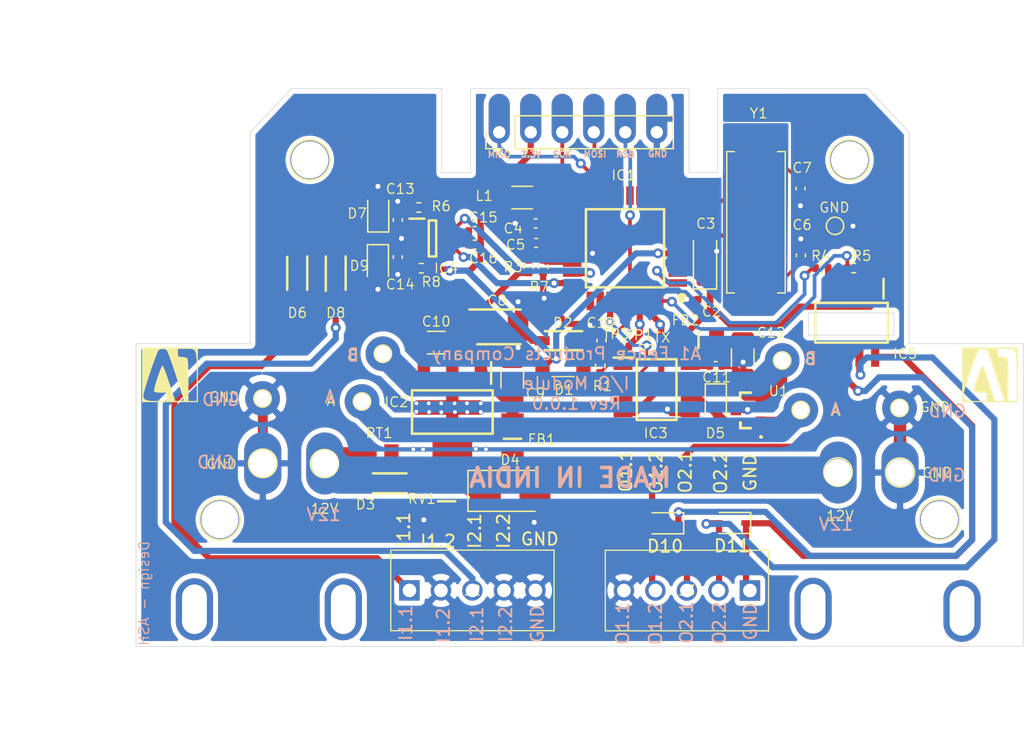
<source format=kicad_pcb>
(kicad_pcb (version 20171130) (host pcbnew "(5.1.10)-1")
  (title_block (title "Modbus I/O Board") (date 2021-10-24) (company "A-1 Fence Products Company Pvt. Ltd.") (comment 1 "Approver: Rahul Abhyankar") (comment 2 "Reviewer: Nitin Katare/Chandrashekar sahu ") (comment 3 "Designer : Tanay Ash") (comment 4 "Initator : Viraj Khot"))
  (layers (0 F.Cu signal) (31 B.Cu signal) (34 B.Paste user) (35 F.Paste user) (36 B.SilkS user) (37 F.SilkS user) (38 B.Mask user hide) (39 F.Mask user) (44 Edge.Cuts user))
  (net 0 "")
  (net 1 GND)
  (net 2 /RSB)
  (net 3 +3V3)
  (net 4 "Net-(C4-Pad2)")
  (net 5 "Net-(C5-Pad1)")
  (net 6 "Net-(C6-Pad1)")
  (net 7 "Net-(C7-Pad1)")
  (net 8 "Net-(C8-Pad1)")
  (net 9 "Net-(C11-Pad1)")
  (net 10 "Net-(D3-Pad2)")
  (net 11 "Net-(D3-Pad1)")
  (net 12 /Data_A)
  (net 13 /Data_B)
  (net 14 /TXD)
  (net 15 /RXD)
  (net 16 /MAX_EN)
  (net 17 /Vin)
  (net 18 /SCK)
  (net 19 /MISO)
  (net 20 /MOSI)
  (net 21 "Net-(IC5-Pad4)")
  (net 22 "Net-(IC5-Pad2)")
  (net 23 +12V)
  (net 24 /OUT2)
  (net 25 /OUT1)
  (net 26 "Net-(C15-Pad2)")
  (net 27 /1Y)
  (net 28 /2Y)
  (net 29 /I1-1)
  (net 30 /I2-1)
  (net 31 "Net-(D10-Pad2)")
  (net 32 "Net-(D10-Pad1)")
  (net 33 "Net-(D11-Pad2)")
  (net 34 "Net-(D11-Pad1)")
  (net 35 "Net-(IC1-Pad2)")
  (net 36 "Net-(IC1-Pad3)")
  (net 37 "Net-(IC1-Pad6)")
  (net 38 "Net-(IC1-Pad9)")
  (net 39 "Net-(IC1-Pad14)")
  (net 40 "Net-(IC1-Pad19)")
  (net 41 "Net-(IC1-Pad25)")
  (net 42 "Net-(IC1-Pad26)")
  (net 43 "Net-(IC1-Pad28)")
  (net 44 "Net-(IC1-Pad10)")
  (net 45 "Net-(IC1-Pad11)")
  (net 46 "Net-(IC1-Pad12)")
  (net 47 "Net-(IC1-Pad13)")
  (net 48 "Net-(C13-Pad1)")
  (net 49 "Net-(C14-Pad1)")
  (module Diode_SMD:D_SOD-323 (layer F.Cu) (at 208.05 115.05 180)
    (fp_text reference D11 (at 0 -1.85) (layer F.SilkS))
    (fp_text value D_TVS)
    (pad 2 smd rect (at 1.05 0 180) (size 0.6 0.45) (layers F.Cu F.Paste F.Mask) (net 33 "Net-(D11-Pad2)"))
    (pad 1 smd rect (at -1.05 0 180) (size 0.6 0.45) (layers F.Cu F.Paste F.Mask) (net 34 "Net-(D11-Pad1)"))
  )
  (module Diode_SMD:D_SOD-323 (layer F.Cu) (at 202.65 115.075 180)
    (fp_text reference D10 (at 0 -1.85) (layer F.SilkS))
    (fp_text value D_TVS)
    (pad 2 smd rect (at 1.05 0 180) (size 0.6 0.45) (layers F.Cu F.Paste F.Mask) (net 31 "Net-(D10-Pad2)"))
    (pad 1 smd rect (at -1.05 0 180) (size 0.6 0.45) (layers F.Cu F.Paste F.Mask) (net 32 "Net-(D10-Pad1)"))
  )
  (module TestPoint:TestPoint_Pad_D1.0mm (layer F.Cu) (at 216.59 110.94)
    (fp_text reference 12V (at 0.16 3.535) (layer F.SilkS) (effects (font (size 0.8 0.8) (thickness 0.1))))
    (fp_text value TestPoint)
    (pad 1 thru_hole oval (at 0 0.04) (size 3 5) (drill 2.2) (layers *.Cu *.Mask) (net 23 +12V))
  )
  (module TestPoint:TestPoint_Pad_D1.0mm (layer F.Cu) (at 175.22 109.25)
    (fp_text reference 12V (at -0.02 4.65) (layer F.SilkS) (effects (font (size 0.8 0.8) (thickness 0.1))))
    (fp_text value TestPoint)
    (pad 1 thru_hole oval (at 0 1) (size 3 5) (drill 2.2) (layers *.Cu *.Mask) (net 23 +12V))
  )
  (module TestPoint:TestPoint_Pad_D1.0mm (layer F.Cu) (at 170.22 110.24 180)
    (fp_text reference GND (at 3.32 -0.06 180) (layer F.SilkS) (effects (font (size 0.8 0.8) (thickness 0.1))))
    (fp_text value TestPoint)
    (pad 1 thru_hole oval (at 0 0 180) (size 3 5) (drill 2.2) (layers *.Cu *.Mask) (net 1 GND))
  )
  (module TestPoint:TestPoint_Pad_D1.0mm (layer F.Cu) (at 221.59 110.98)
    (fp_text reference GND (at 3.01 0.02) (layer F.SilkS) (effects (font (size 0.8 0.8) (thickness 0.1))))
    (fp_text value TestPoint)
    (pad 1 thru_hole oval (at 0 0) (size 3 5) (drill 2.2) (layers *.Cu *.Mask) (net 1 GND))
  )
  (module TestPoint:TestPoint_Pad_D1.0mm (layer F.Cu) (at 179.9 101.4)
    (fp_text reference B (at -2.4 0.1) (layer F.SilkS) (effects (font (size 0.8 0.8) (thickness 0.1))))
    (fp_text value TestPoint)
    (pad 1 thru_hole circle (at 0 0) (size 2.8 2.8) (drill 1.3) (layers *.Cu *.Mask) (net 13 /Data_B))
  )
  (module TestPoint:TestPoint_Pad_D1.0mm (layer F.Cu) (at 178.22 105.25)
    (fp_text reference A (at -2.52 -0.05) (layer F.SilkS) (effects (font (size 0.8 0.8) (thickness 0.1))))
    (fp_text value TestPoint)
    (pad 1 thru_hole circle (at 0 0) (size 2.8 2.8) (drill 1.3) (layers *.Cu *.Mask) (net 12 /Data_A))
  )
  (module 1pin_niTin:1pin (layer F.Cu) (at 226.59 122.14)
    (fp_text reference Z1 hide)
    (fp_text value CONN_01X01)
    (pad "" thru_hole oval (at 0 0) (size 3 5) (drill oval 2 4) (layers *.Cu *.Mask))
  )
  (module 1pin_niTin:1pin (layer F.Cu) (at 214.58 121.97)
    (fp_text reference Z2 hide)
    (fp_text value CONN_01X01)
    (pad "" thru_hole oval (at 0 0) (size 3 5) (drill oval 2 4) (layers *.Cu *.Mask))
  )
  (module SamacSys_Parts:CAPPM3528X210N (layer F.Cu) (at 189.25 99.23)
    (fp_text reference C8 (at -0.15 -2.13) (layer F.SilkS) (effects (font (size 0.8 0.8) (thickness 0.1))))
    (fp_text value 10uF35V hide)
    (pad 2 smd rect (at 1.55 0) (size 1.65 2.25) (layers F.Cu F.Paste F.Mask) (net 1 GND))
    (pad 1 smd rect (at -1.55 0) (size 1.65 2.25) (layers F.Cu F.Paste F.Mask) (net 8 "Net-(C8-Pad1)"))
  )
  (module SamacSys_Parts:SOIC127P610X363-8N (layer F.Cu) (at 217.68 98.9 270)
    (fp_text reference IC5 (at 2.5 -4.32 180) (layer F.SilkS) (effects (font (size 0.8 0.8) (thickness 0.1))))
    (fp_text value LTV-206 hide)
    (pad 8 smd rect (at 2.752 -1.905) (size 0.65 1.595) (layers F.Cu F.Paste F.Mask) (net 34 "Net-(D11-Pad1)"))
    (pad 7 smd rect (at 2.752 -0.635) (size 0.65 1.595) (layers F.Cu F.Paste F.Mask) (net 33 "Net-(D11-Pad2)"))
    (pad 6 smd rect (at 2.752 0.635) (size 0.65 1.595) (layers F.Cu F.Paste F.Mask) (net 32 "Net-(D10-Pad1)"))
    (pad 5 smd rect (at 2.752 1.905) (size 0.65 1.595) (layers F.Cu F.Paste F.Mask) (net 31 "Net-(D10-Pad2)"))
    (pad 4 smd rect (at -2.752 1.905) (size 0.65 1.595) (layers F.Cu F.Paste F.Mask) (net 21 "Net-(IC5-Pad4)"))
    (pad 3 smd rect (at -2.752 0.635) (size 0.65 1.595) (layers F.Cu F.Paste F.Mask) (net 3 +3V3))
    (pad 2 smd rect (at -2.752 -0.635) (size 0.65 1.595) (layers F.Cu F.Paste F.Mask) (net 22 "Net-(IC5-Pad2)"))
    (pad 1 smd rect (at -2.752 -1.905) (size 0.65 1.595) (layers F.Cu F.Paste F.Mask) (net 3 +3V3))
  )
  (module TestPoint:TestPoint_Pad_D1.0mm (layer F.Cu) (at 216.35 91.08)
    (fp_text reference GND (at -0.05 -1.48) (layer F.SilkS) (effects (font (size 0.8 0.8) (thickness 0.1))))
    (fp_text value TestPoint)
    (pad 1 smd circle (at 0 0) (size 1 1) (layers F.Cu F.Mask) (net 1 GND))
  )
  (module Diode_SMD:D_SMA (layer F.Cu) (at 190.16 112.46)
    (fp_text reference D4 (at 0 -2.5) (layer F.SilkS) (effects (font (size 0.8 0.8) (thickness 0.1))))
    (fp_text value D_TVS)
    (pad 1 smd rect (at -2 0) (size 2.5 1.8) (layers F.Cu F.Paste F.Mask) (net 11 "Net-(D3-Pad1)"))
    (pad 2 smd rect (at 2 0) (size 2.5 1.8) (layers F.Cu F.Paste F.Mask) (net 1 GND))
  )
  (module SamacSys_Parts:BEADC3216X130N (layer F.Cu) (at 190.35 108.26 90)
    (fp_text reference FB1 (at -0.04 2.35 180) (layer F.SilkS) (effects (font (size 0.8 0.8) (thickness 0.1))))
    (fp_text value 74279218 hide)
    (pad 2 smd rect (at 1.45 0 90) (size 1.2 1.8) (layers F.Cu F.Paste F.Mask) (net 8 "Net-(C8-Pad1)"))
    (pad 1 smd rect (at -1.45 0 90) (size 1.2 1.8) (layers F.Cu F.Paste F.Mask) (net 11 "Net-(D3-Pad1)"))
  )
  (module TestPoint:TestPoint_Pad_D1.0mm (layer F.Cu) (at 213.59 105.94)
    (fp_text reference A (at 2.81 0.06) (layer F.SilkS) (effects (font (size 0.8 0.8) (thickness 0.1))))
    (fp_text value TestPoint)
    (pad 1 thru_hole circle (at 0 0) (size 2.8 2.8) (drill 1.3) (layers *.Cu *.Mask) (net 12 /Data_A))
  )
  (module SamacSys_Parts:BEADC3216X130N (layer F.Cu) (at 205.35 100.23 180)
    (fp_text reference FB2 (at 1.05 1.53 180) (layer F.SilkS) (effects (font (size 0.8 0.8) (thickness 0.1))))
    (fp_text value 74279218 hide)
    (pad 1 smd rect (at -1.45 0 180) (size 1.2 1.8) (layers F.Cu F.Paste F.Mask) (net 9 "Net-(C11-Pad1)"))
    (pad 2 smd rect (at 1.45 0 180) (size 1.2 1.8) (layers F.Cu F.Paste F.Mask) (net 3 +3V3))
  )
  (module SamacSys_Parts:SOIC127P600X175-8N (layer F.Cu) (at 201.97 104.29)
    (fp_text reference IC3 (at -0.07 3.51 180) (layer F.SilkS) (effects (font (size 0.8 0.8) (thickness 0.1))))
    (fp_text value MAX3072EASA+ hide)
    (pad 8 smd rect (at 2.712 -1.905 90) (size 0.65 1.525) (layers F.Cu F.Paste F.Mask) (net 9 "Net-(C11-Pad1)"))
    (pad 7 smd rect (at 2.712 -0.635 90) (size 0.65 1.525) (layers F.Cu F.Paste F.Mask) (net 13 /Data_B))
    (pad 6 smd rect (at 2.712 0.635 90) (size 0.65 1.525) (layers F.Cu F.Paste F.Mask) (net 12 /Data_A))
    (pad 5 smd rect (at 2.712 1.905 90) (size 0.65 1.525) (layers F.Cu F.Paste F.Mask) (net 1 GND))
    (pad 4 smd rect (at -2.712 1.905 90) (size 0.65 1.525) (layers F.Cu F.Paste F.Mask) (net 14 /TXD))
    (pad 3 smd rect (at -2.712 0.635 90) (size 0.65 1.525) (layers F.Cu F.Paste F.Mask) (net 16 /MAX_EN))
    (pad 2 smd rect (at -2.712 -0.635 90) (size 0.65 1.525) (layers F.Cu F.Paste F.Mask) (net 16 /MAX_EN))
    (pad 1 smd rect (at -2.712 -1.905 90) (size 0.65 1.525) (layers F.Cu F.Paste F.Mask) (net 15 /RXD))
  )
  (module Capacitor_SMD:C_1206_3216Metric (layer F.Cu) (at 190.33 103.45 90)
    (fp_text reference C9 (at -1.15 1.87 180) (layer F.SilkS) (effects (font (size 0.8 0.8) (thickness 0.1))))
    (fp_text value 0.1uF35V)
    (pad 2 smd roundrect (at 1.475 0 90) (size 1.15 1.8) (layers F.Cu F.Paste F.Mask) (roundrect_rratio 0.2173904347826087) (net 1 GND))
    (pad 1 smd roundrect (at -1.475 0 90) (size 1.15 1.8) (layers F.Cu F.Paste F.Mask) (roundrect_rratio 0.2173904347826087) (net 8 "Net-(C8-Pad1)"))
  )
  (module Snapeda:THRMC2012X110N (layer F.Cu) (at 179.71 109.44)
    (fp_text reference RT1 (at -0.11 -1.64) (layer F.SilkS) (effects (font (size 0.8 0.8) (thickness 0.1))))
    (fp_text value PRG21BC4R7MM1RA)
    (pad 2 smd rect (at 0.88 0) (size 1.15 1.47) (layers F.Cu F.Paste F.Mask) (net 10 "Net-(D3-Pad2)"))
    (pad 1 smd rect (at -0.88 0) (size 1.15 1.47) (layers F.Cu F.Paste F.Mask) (net 23 +12V))
  )
  (module TestPoint:TestPoint_Pad_D1.0mm (layer F.Cu) (at 212.09 101.94)
    (fp_text reference B (at 2.26 -0.115) (layer F.SilkS) (effects (font (size 0.8 0.8) (thickness 0.1))))
    (fp_text value TestPoint)
    (pad 1 thru_hole circle (at 0 0) (size 2.8 2.8) (drill 1.3) (layers *.Cu *.Mask) (net 13 /Data_B))
  )
  (module SamacSys_Parts:SOD3716X135N (layer F.Cu) (at 180.45 111.85 180)
    (fp_text reference D3 (at 1.95 -1.7) (layer F.SilkS) (effects (font (size 0.8 0.8) (thickness 0.1))))
    (fp_text value B5819W-TP hide)
    (pad 2 smd rect (at 1.8 0 270) (size 0.85 1.05) (layers F.Cu F.Paste F.Mask) (net 10 "Net-(D3-Pad2)"))
    (pad 1 smd rect (at -1.8 0 270) (size 0.85 1.05) (layers F.Cu F.Paste F.Mask) (net 11 "Net-(D3-Pad1)"))
  )
  (module TestPoint:TestPoint_Pad_D1.0mm (layer F.Cu) (at 200.47 99.24 180)
    (fp_text reference TP1 (at -0.13 -0.66) (layer F.SilkS) (effects (font (size 0.8 0.8) (thickness 0.1))))
    (fp_text value TestPoint)
    (pad 1 thru_hole circle (at -0.14 0.22 180) (size 0.8 0.8) (drill 0.4) (layers *.Cu *.Mask) (net 15 /RXD))
  )
  (module Capacitor_SMD:C_1206_3216Metric (layer F.Cu) (at 208.91 101.72 270)
    (fp_text reference C12 (at -2.02 -2.29) (layer F.SilkS) (effects (font (size 0.8 0.8) (thickness 0.1))))
    (fp_text value 4.7uF)
    (pad 1 smd roundrect (at -1.475 0 270) (size 1.15 1.8) (layers F.Cu F.Paste F.Mask) (roundrect_rratio 0.2173904347826087) (net 9 "Net-(C11-Pad1)"))
    (pad 2 smd roundrect (at 1.475 0 270) (size 1.15 1.8) (layers F.Cu F.Paste F.Mask) (roundrect_rratio 0.2173904347826087) (net 1 GND))
  )
  (module SamacSys_Parts:SOT95P280X145-6N (layer F.Cu) (at 183.9 92.1)
    (fp_text reference IC4 (at 1.1 2.406) (layer F.SilkS) (effects (font (size 0.8 0.8) (thickness 0.1))))
    (fp_text value SN74LVC2G14DBVRG4 hide)
    (pad 6 smd rect (at 1.25 -0.95 90) (size 0.6 1.2) (layers F.Cu F.Paste F.Mask) (net 27 /1Y))
    (pad 5 smd rect (at 1.25 0 90) (size 0.6 1.2) (layers F.Cu F.Paste F.Mask) (net 26 "Net-(C15-Pad2)"))
    (pad 4 smd rect (at 1.25 0.95 90) (size 0.6 1.2) (layers F.Cu F.Paste F.Mask) (net 28 /2Y))
    (pad 3 smd rect (at -1.25 0.95 90) (size 0.6 1.2) (layers F.Cu F.Paste F.Mask) (net 49 "Net-(C14-Pad1)"))
    (pad 2 smd rect (at -1.25 0 90) (size 0.6 1.2) (layers F.Cu F.Paste F.Mask) (net 1 GND))
    (pad 1 smd rect (at -1.25 -0.95 90) (size 0.6 1.2) (layers F.Cu F.Paste F.Mask) (net 48 "Net-(C13-Pad1)"))
  )
  (module SamacSys_Parts:SOD3716X135N (layer F.Cu) (at 176.1 94.9 90)
    (fp_text reference D8 (at -3.2 0 180) (layer F.SilkS) (effects (font (size 0.8 0.8) (thickness 0.1))))
    (fp_text value B5819W-TP hide)
    (pad 2 smd rect (at 1.8 0 180) (size 0.85 1.05) (layers F.Cu F.Paste F.Mask) (net 49 "Net-(C14-Pad1)"))
    (pad 1 smd rect (at -1.8 0 180) (size 0.85 1.05) (layers F.Cu F.Paste F.Mask) (net 30 /I2-1))
  )
  (module SamacSys_Parts:QFP80P900X900X120-32N (layer F.Cu) (at 199.42 92.89 180)
    (fp_text reference IC1 (at 0.12 5.89) (layer F.SilkS) (effects (font (size 0.8 0.8) (thickness 0.1))))
    (fp_text value ATMEGA328PB-AN hide)
    (pad 1 smd rect (at -4.25 -2.8 270) (size 0.6 1.5) (layers F.Cu F.Paste F.Mask) (net 24 /OUT2))
    (pad 2 smd rect (at -4.25 -2 270) (size 0.6 1.5) (layers F.Cu F.Paste F.Mask) (net 35 "Net-(IC1-Pad2)"))
    (pad 3 smd rect (at -4.25 -1.2 270) (size 0.6 1.5) (layers F.Cu F.Paste F.Mask) (net 36 "Net-(IC1-Pad3)"))
    (pad 4 smd rect (at -4.25 -0.4 270) (size 0.6 1.5) (layers F.Cu F.Paste F.Mask) (net 3 +3V3))
    (pad 5 smd rect (at -4.25 0.4 270) (size 0.6 1.5) (layers F.Cu F.Paste F.Mask) (net 1 GND))
    (pad 6 smd rect (at -4.25 1.2 270) (size 0.6 1.5) (layers F.Cu F.Paste F.Mask) (net 37 "Net-(IC1-Pad6)"))
    (pad 7 smd rect (at -4.25 2 270) (size 0.6 1.5) (layers F.Cu F.Paste F.Mask) (net 6 "Net-(C6-Pad1)"))
    (pad 8 smd rect (at -4.25 2.8 270) (size 0.6 1.5) (layers F.Cu F.Paste F.Mask) (net 7 "Net-(C7-Pad1)"))
    (pad 9 smd rect (at -2.8 4.25 180) (size 0.6 1.5) (layers F.Cu F.Paste F.Mask) (net 38 "Net-(IC1-Pad9)"))
    (pad 10 smd rect (at -2 4.25 180) (size 0.6 1.5) (layers F.Cu F.Paste F.Mask) (net 44 "Net-(IC1-Pad10)"))
    (pad 11 smd rect (at -1.2 4.25 180) (size 0.6 1.5) (layers F.Cu F.Paste F.Mask) (net 45 "Net-(IC1-Pad11)"))
    (pad 12 smd rect (at -0.4 4.25 180) (size 0.6 1.5) (layers F.Cu F.Paste F.Mask) (net 46 "Net-(IC1-Pad12)"))
    (pad 13 smd rect (at 0.4 4.25 180) (size 0.6 1.5) (layers F.Cu F.Paste F.Mask) (net 47 "Net-(IC1-Pad13)"))
    (pad 14 smd rect (at 1.2 4.25 180) (size 0.6 1.5) (layers F.Cu F.Paste F.Mask) (net 39 "Net-(IC1-Pad14)"))
    (pad 15 smd rect (at 2 4.25 180) (size 0.6 1.5) (layers F.Cu F.Paste F.Mask) (net 20 /MOSI))
    (pad 16 smd rect (at 2.8 4.25 180) (size 0.6 1.5) (layers F.Cu F.Paste F.Mask) (net 19 /MISO))
    (pad 17 smd rect (at 4.25 2.8 270) (size 0.6 1.5) (layers F.Cu F.Paste F.Mask) (net 18 /SCK))
    (pad 18 smd rect (at 4.25 2 270) (size 0.6 1.5) (layers F.Cu F.Paste F.Mask) (net 5 "Net-(C5-Pad1)"))
    (pad 19 smd rect (at 4.25 1.2 270) (size 0.6 1.5) (layers F.Cu F.Paste F.Mask) (net 40 "Net-(IC1-Pad19)"))
    (pad 20 smd rect (at 4.25 0.4 270) (size 0.6 1.5) (layers F.Cu F.Paste F.Mask) (net 4 "Net-(C4-Pad2)"))
    (pad 21 smd rect (at 4.25 -0.4 270) (size 0.6 1.5) (layers F.Cu F.Paste F.Mask) (net 1 GND))
    (pad 22 smd rect (at 4.25 -1.2 270) (size 0.6 1.5) (layers F.Cu F.Paste F.Mask) (net 17 /Vin))
    (pad 23 smd rect (at 4.25 -2 270) (size 0.6 1.5) (layers F.Cu F.Paste F.Mask) (net 27 /1Y))
    (pad 24 smd rect (at 4.25 -2.8 270) (size 0.6 1.5) (layers F.Cu F.Paste F.Mask) (net 28 /2Y))
    (pad 25 smd rect (at 2.8 -4.25 180) (size 0.6 1.5) (layers F.Cu F.Paste F.Mask) (net 41 "Net-(IC1-Pad25)"))
    (pad 26 smd rect (at 2 -4.25 180) (size 0.6 1.5) (layers F.Cu F.Paste F.Mask) (net 42 "Net-(IC1-Pad26)"))
    (pad 27 smd rect (at 1.2 -4.25 180) (size 0.6 1.5) (layers F.Cu F.Paste F.Mask) (net 16 /MAX_EN))
    (pad 28 smd rect (at 0.4 -4.25 180) (size 0.6 1.5) (layers F.Cu F.Paste F.Mask) (net 43 "Net-(IC1-Pad28)"))
    (pad 29 smd rect (at -0.4 -4.25 180) (size 0.6 1.5) (layers F.Cu F.Paste F.Mask) (net 2 /RSB))
    (pad 30 smd rect (at -1.2 -4.25 180) (size 0.6 1.5) (layers F.Cu F.Paste F.Mask) (net 15 /RXD))
    (pad 31 smd rect (at -2 -4.25 180) (size 0.6 1.5) (layers F.Cu F.Paste F.Mask) (net 14 /TXD))
    (pad 32 smd rect (at -2.8 -4.25 180) (size 0.6 1.5) (layers F.Cu F.Paste F.Mask) (net 25 /OUT1))
  )
  (module Resistor_SMD:R_0402_1005Metric (layer F.Cu) (at 182.8 89.6 180)
    (fp_text reference R6 (at -1.8 0.1 180) (layer F.SilkS) (effects (font (size 0.8 0.8) (thickness 0.1))))
    (fp_text value 4K7)
    (pad 2 smd roundrect (at 0.51 0 180) (size 0.54 0.64) (layers F.Cu F.Paste F.Mask) (net 48 "Net-(C13-Pad1)"))
    (pad 1 smd roundrect (at -0.51 0 180) (size 0.54 0.64) (layers F.Cu F.Paste F.Mask) (net 3 +3V3))
  )
  (module Resistor_SMD:R_0402_1005Metric (layer F.Cu) (at 217.85 94.48)
    (fp_text reference R5 (at 0.65 -0.98 180) (layer F.SilkS) (effects (font (size 0.8 0.8) (thickness 0.1))))
    (fp_text value 330)
    (pad 2 smd roundrect (at 0.51 0) (size 0.54 0.64) (layers F.Cu F.Paste F.Mask) (net 22 "Net-(IC5-Pad2)"))
    (pad 1 smd roundrect (at -0.51 0) (size 0.54 0.64) (layers F.Cu F.Paste F.Mask) (net 25 /OUT1))
  )
  (module Capacitor_SMD:C_0402_1005Metric (layer F.Cu) (at 192.25 92.46)
    (fp_text reference C4 (at -1.845 -1.171) (layer F.SilkS) (effects (font (size 0.8 0.8) (thickness 0.1))))
    (fp_text value 100nF)
    (pad 2 smd roundrect (at 0.48 0) (size 0.56 0.62) (layers F.Cu F.Paste F.Mask) (net 4 "Net-(C4-Pad2)"))
    (pad 1 smd roundrect (at -0.48 0) (size 0.56 0.62) (layers F.Cu F.Paste F.Mask) (net 1 GND))
  )
  (module Resistor_SMD:R_0402_1005Metric (layer F.Cu) (at 215.29 94.49)
    (fp_text reference R4 (at -0.09 -0.99 180) (layer F.SilkS) (effects (font (size 0.8 0.8) (thickness 0.1))))
    (fp_text value 330)
    (pad 2 smd roundrect (at 0.51 0) (size 0.54 0.64) (layers F.Cu F.Paste F.Mask) (net 21 "Net-(IC5-Pad4)"))
    (pad 1 smd roundrect (at -0.51 0) (size 0.54 0.64) (layers F.Cu F.Paste F.Mask) (net 24 /OUT2))
  )
  (module Capacitor_SMD:C_1206_3216Metric (layer F.Cu) (at 184.2 100.5)
    (fp_text reference C10 (at 0 -1.7) (layer F.SilkS) (effects (font (size 0.8 0.8) (thickness 0.1))))
    (fp_text value 4.7uF)
    (pad 2 smd roundrect (at 1.475 0) (size 1.15 1.8) (layers F.Cu F.Paste F.Mask) (roundrect_rratio 0.2173904347826087) (net 1 GND))
    (pad 1 smd roundrect (at -1.475 0) (size 1.15 1.8) (layers F.Cu F.Paste F.Mask) (roundrect_rratio 0.2173904347826087) (net 3 +3V3))
  )
  (module Resistor_SMD:R_0402_1005Metric (layer F.Cu) (at 199.22 100.81)
    (fp_text reference R2 (at 1.98 0.29) (layer F.SilkS) (effects (font (size 0.8 0.8) (thickness 0.1))))
    (fp_text value 4K7)
    (pad 1 smd roundrect (at -0.51 0) (size 0.54 0.64) (layers F.Cu F.Paste F.Mask) (net 3 +3V3))
    (pad 2 smd roundrect (at 0.51 0) (size 0.54 0.64) (layers F.Cu F.Paste F.Mask) (net 15 /RXD))
  )
  (module Capacitor_SMD:C_0402_1005Metric (layer F.Cu) (at 205.79 97.03 180)
    (fp_text reference C2 (at -0.61 -0.97) (layer F.SilkS) (effects (font (size 0.8 0.8) (thickness 0.1))))
    (fp_text value 10nF)
    (pad 2 smd roundrect (at 0.48 0 180) (size 0.56 0.62) (layers F.Cu F.Paste F.Mask) (net 1 GND))
    (pad 1 smd roundrect (at -0.48 0 180) (size 0.56 0.62) (layers F.Cu F.Paste F.Mask) (net 3 +3V3))
  )
  (module SamacSys_Parts:VARC3216X145N (layer F.Cu) (at 185.04 113.3 270)
    (fp_text reference RV1 (at -0.2 1.99 180) (layer F.SilkS) (effects (font (size 0.8 0.8) (thickness 0.1))))
    (fp_text value Varistor hide)
    (pad 2 smd rect (at 1.45 0 270) (size 1.3 1.9) (layers F.Cu F.Paste F.Mask) (net 1 GND))
    (pad 1 smd rect (at -1.45 0 270) (size 1.3 1.9) (layers F.Cu F.Paste F.Mask) (net 11 "Net-(D3-Pad1)"))
  )
  (module Inductor_SMD:L_1206_3216Metric (layer F.Cu) (at 191.13 88.8)
    (fp_text reference L1 (at -3.063 -0.14) (layer F.SilkS) (effects (font (size 0.8 0.8) (thickness 0.1))))
    (fp_text value 10uH)
    (pad 2 smd roundrect (at 1.575 0) (size 1.05 1.9) (layers F.Cu F.Paste F.Mask) (roundrect_rratio 0.2380942857142857) (net 5 "Net-(C5-Pad1)"))
    (pad 1 smd roundrect (at -1.575 0) (size 1.05 1.9) (layers F.Cu F.Paste F.Mask) (roundrect_rratio 0.2380942857142857) (net 3 +3V3))
  )
  (module Resistor_SMD:R_0402_1005Metric (layer F.Cu) (at 191.65 94.37 90)
    (fp_text reference R3 (at -0.03 -1.25 180) (layer F.SilkS) (effects (font (size 0.8 0.8) (thickness 0.1))))
    (fp_text value 100K)
    (pad 2 smd roundrect (at 0.51 0 90) (size 0.54 0.64) (layers F.Cu F.Paste F.Mask) (net 17 /Vin))
    (pad 1 smd roundrect (at -0.51 0 90) (size 0.54 0.64) (layers F.Cu F.Paste F.Mask) (net 8 "Net-(C8-Pad1)"))
  )
  (module SamacSys_Parts:PSM712LFT7 (layer F.Cu) (at 208.35 105.94 90)
    (fp_text reference U1 (at 1.54 3.45 180) (layer F.SilkS) (effects (font (size 0.8 0.8) (thickness 0.1))))
    (fp_text value PSM712-LF-T7 hide)
    (pad 3 smd rect (at 0 0 180) (size 0.84 0.84) (layers F.Cu F.Paste F.Mask) (net 1 GND))
    (pad 2 smd rect (at 0.94 2.005 180) (size 0.84 0.84) (layers F.Cu F.Paste F.Mask) (net 13 /Data_B))
    (pad 1 smd rect (at -0.94 2.005 180) (size 0.84 0.84) (layers F.Cu F.Paste F.Mask) (net 12 /Data_A))
  )
  (module Resistor_SMD:R_0402_1005Metric (layer F.Cu) (at 192.82 94.37 270)
    (fp_text reference R7 (at 1.63 0.32 180) (layer F.SilkS) (effects (font (size 0.8 0.8) (thickness 0.1))))
    (fp_text value 4K7)
    (pad 2 smd roundrect (at 0.51 0 270) (size 0.54 0.64) (layers F.Cu F.Paste F.Mask) (net 1 GND))
    (pad 1 smd roundrect (at -0.51 0 270) (size 0.54 0.64) (layers F.Cu F.Paste F.Mask) (net 17 /Vin))
  )
  (module Diode_SMD:D_SOD-323 (layer F.Cu) (at 206.74 105.33 270)
    (fp_text reference D5 (at 2.47 0.04 180) (layer F.SilkS) (effects (font (size 0.8 0.8) (thickness 0.1))))
    (fp_text value D_TVS)
    (pad 2 smd rect (at 1.05 0 270) (size 0.6 0.45) (layers F.Cu F.Paste F.Mask) (net 12 /Data_A))
    (pad 1 smd rect (at -1.05 0 270) (size 0.6 0.45) (layers F.Cu F.Paste F.Mask) (net 13 /Data_B))
  )
  (module Resistor_SMD:R_0402_1005Metric (layer F.Cu) (at 197.42 102.39 90)
    (fp_text reference R1 (at -1.61 0.18 180) (layer F.SilkS) (effects (font (size 0.8 0.8) (thickness 0.1))))
    (fp_text value 4K7)
    (pad 2 smd roundrect (at 0.51 0 90) (size 0.54 0.64) (layers F.Cu F.Paste F.Mask) (net 2 /RSB))
    (pad 1 smd roundrect (at -0.51 0 90) (size 0.54 0.64) (layers F.Cu F.Paste F.Mask) (net 3 +3V3))
  )
  (module SamacSys_Parts:SOT230P700X180-4N (layer F.Cu) (at 185.5 106.1 270)
    (fp_text reference IC2 (at -0.8 4.5 180) (layer F.SilkS) (effects (font (size 0.8 0.8) (thickness 0.1))))
    (fp_text value TPS7B6933QDCYRQ1 hide)
    (pad 4 smd rect (at 3.15 0 270) (size 1.75 3.2) (layers F.Cu F.Paste F.Mask) (net 1 GND))
    (pad 3 smd rect (at -3.15 2.3) (size 0.95 1.75) (layers F.Cu F.Paste F.Mask) (net 3 +3V3))
    (pad 2 smd rect (at -3.15 0) (size 0.95 1.75) (layers F.Cu F.Paste F.Mask) (net 1 GND))
    (pad 1 smd rect (at -3.15 -2.3) (size 0.95 1.75) (layers F.Cu F.Paste F.Mask) (net 8 "Net-(C8-Pad1)"))
  )
  (module Resistor_SMD:R_0402_1005Metric (layer F.Cu) (at 183 94.5 180)
    (fp_text reference R8 (at -0.8 -1.1 180) (layer F.SilkS) (effects (font (size 0.8 0.8) (thickness 0.1))))
    (fp_text value 4K7)
    (pad 2 smd roundrect (at 0.51 0 180) (size 0.54 0.64) (layers F.Cu F.Paste F.Mask) (net 49 "Net-(C14-Pad1)"))
    (pad 1 smd roundrect (at -0.51 0 180) (size 0.54 0.64) (layers F.Cu F.Paste F.Mask) (net 3 +3V3))
  )
  (module Diode_SMD:D_SOD-323 (layer F.Cu) (at 179.525 90.075 90)
    (fp_text reference D7 (at 0 -1.7) (layer F.SilkS) (effects (font (size 0.8 0.8) (thickness 0.1))))
    (fp_text value D_TVS)
    (pad 2 smd rect (at 1.05 0 90) (size 0.6 0.45) (layers F.Cu F.Paste F.Mask) (net 1 GND))
    (pad 1 smd rect (at -1.05 0 90) (size 0.6 0.45) (layers F.Cu F.Paste F.Mask) (net 48 "Net-(C13-Pad1)"))
  )
  (module Capacitor_SMD:C_0402_1005Metric (layer F.Cu) (at 192.22 90.88 180)
    (fp_text reference C5 (at 1.62 -1.72) (layer F.SilkS) (effects (font (size 0.8 0.8) (thickness 0.1))))
    (fp_text value 100nF)
    (pad 2 smd roundrect (at 0.48 0 180) (size 0.56 0.62) (layers F.Cu F.Paste F.Mask) (net 1 GND))
    (pad 1 smd roundrect (at -0.48 0 180) (size 0.56 0.62) (layers F.Cu F.Paste F.Mask) (net 5 "Net-(C5-Pad1)"))
  )
  (module SamacSys_Parts:ABLS373728MHZD4YT (layer F.Cu) (at 209.98 90.79 90)
    (fp_text reference Y1 (at 8.79 0.22) (layer F.SilkS) (effects (font (size 0.8 0.8) (thickness 0.1))))
    (fp_text value 7.37MHz hide)
    (pad 2 smd rect (at 4.75 0 180) (size 2.1 5.6) (layers F.Cu F.Paste F.Mask) (net 7 "Net-(C7-Pad1)"))
    (pad 1 smd rect (at -4.75 0 180) (size 2.1 5.6) (layers F.Cu F.Paste F.Mask) (net 6 "Net-(C6-Pad1)"))
  )
  (module TestPoint:TestPoint_Pad_D1.0mm (layer F.Cu) (at 201.6 100.0408 180)
    (fp_text reference TP2 hide)
    (fp_text value TestPoint)
    (fp_text user TX (at -0.8 -0.0592) (layer F.SilkS) (effects (font (size 0.8 0.8) (thickness 0.1))))
    (pad 1 thru_hole circle (at -0.6492 1.0008 180) (size 0.8 0.8) (drill 0.4) (layers *.Cu *.Mask) (net 14 /TXD))
  )
  (module Capacitor_Tantalum_SMD:CP_EIA-3216-18_Kemet-A (layer F.Cu) (at 205.87 93.87 90)
    (fp_text reference C3 (at 2.97 0.06 180) (layer F.SilkS) (effects (font (size 0.8 0.8) (thickness 0.1))))
    (fp_text value 1uF)
    (pad 2 smd roundrect (at 1.35 0 90) (size 1.4 1.35) (layers F.Cu F.Paste F.Mask) (roundrect_rratio 0.1851844444444445) (net 1 GND))
    (pad 1 smd roundrect (at -1.35 0 90) (size 1.4 1.35) (layers F.Cu F.Paste F.Mask) (roundrect_rratio 0.1851844444444445) (net 3 +3V3))
  )
  (module Capacitor_SMD:C_0402_1005Metric (layer F.Cu) (at 181.1 90.6 90)
    (fp_text reference C13 (at 2.5 0.2) (layer F.SilkS) (effects (font (size 0.8 0.8) (thickness 0.1))))
    (fp_text value 100nF)
    (pad 2 smd roundrect (at 0.48 0 90) (size 0.56 0.62) (layers F.Cu F.Paste F.Mask) (net 1 GND))
    (pad 1 smd roundrect (at -0.48 0 90) (size 0.56 0.62) (layers F.Cu F.Paste F.Mask) (net 48 "Net-(C13-Pad1)"))
  )
  (module Capacitor_SMD:C_0402_1005Metric (layer F.Cu) (at 187.3 92.6 180)
    (fp_text reference C16 (at -0.7 -1.1 180) (layer F.SilkS) (effects (font (size 0.8 0.8) (thickness 0.1))))
    (fp_text value 1uF)
    (pad 2 smd roundrect (at 0.48 0 180) (size 0.56 0.62) (layers F.Cu F.Paste F.Mask) (net 26 "Net-(C15-Pad2)"))
    (pad 1 smd roundrect (at -0.48 0 180) (size 0.56 0.62) (layers F.Cu F.Paste F.Mask) (net 3 +3V3))
  )
  (module SamacSys_Parts:FDLL4448 (layer F.Cu) (at 194.42 102.54)
    (fp_text reference D1 (at 0.08 1.76) (layer F.SilkS) (effects (font (size 0.8 0.8) (thickness 0.1))))
    (fp_text value D hide)
    (pad 2 smd rect (at 1.65 0) (size 1.15 1.65) (layers F.Cu F.Paste F.Mask) (net 2 /RSB))
    (pad 1 smd rect (at -1.65 0) (size 1.15 1.65) (layers F.Cu F.Paste F.Mask) (net 3 +3V3))
  )
  (module SamacSys_Parts:SOD3716X145N (layer F.Cu) (at 194.45 100.35 180)
    (fp_text reference D2 (at 0.05 1.45) (layer F.SilkS) (effects (font (size 0.8 0.8) (thickness 0.1))))
    (fp_text value D_Zener hide)
    (pad 2 smd rect (at 1.7 0 270) (size 0.75 1.2) (layers F.Cu F.Paste F.Mask) (net 1 GND))
    (pad 1 smd rect (at -1.7 0 270) (size 0.75 1.2) (layers F.Cu F.Paste F.Mask) (net 2 /RSB))
  )
  (module Capacitor_SMD:C_0402_1005Metric (layer F.Cu) (at 197.52 100.34 90)
    (fp_text reference C1 (at 1.44 -0.42 180) (layer F.SilkS) (effects (font (size 0.8 0.8) (thickness 0.1))))
    (fp_text value 1uF)
    (pad 2 smd roundrect (at 0.48 0 90) (size 0.56 0.62) (layers F.Cu F.Paste F.Mask) (net 1 GND))
    (pad 1 smd roundrect (at -0.48 0 90) (size 0.56 0.62) (layers F.Cu F.Paste F.Mask) (net 2 /RSB))
  )
  (module TestPoint:TestPoint_Pad_D1.0mm (layer F.Cu) (at 198.2 98.82 180)
    (fp_text reference TP3 (at -0.5 -0.98 180) (layer F.SilkS) (effects (font (size 0.8 0.8) (thickness 0.1))))
    (fp_text value TestPoint)
    (pad 1 thru_hole circle (at 0 0 180) (size 0.8 0.8) (drill 0.4) (layers *.Cu *.Mask) (net 16 /MAX_EN))
  )
  (module Capacitor_SMD:C_0402_1005Metric (layer F.Cu) (at 206.73 102.39)
    (fp_text reference C11 (at 0.07 0.91 180) (layer F.SilkS) (effects (font (size 0.8 0.8) (thickness 0.1))))
    (fp_text value 100nF)
    (pad 1 smd roundrect (at -0.48 0) (size 0.56 0.62) (layers F.Cu F.Paste F.Mask) (net 9 "Net-(C11-Pad1)"))
    (pad 2 smd roundrect (at 0.48 0) (size 0.56 0.62) (layers F.Cu F.Paste F.Mask) (net 1 GND))
  )
  (module Capacitor_SMD:C_0402_1005Metric (layer F.Cu) (at 187.3 91.5 180)
    (fp_text reference C15 (at -0.7 1.1 180) (layer F.SilkS) (effects (font (size 0.8 0.8) (thickness 0.1))))
    (fp_text value 0.1uF)
    (pad 2 smd roundrect (at 0.48 0 180) (size 0.56 0.62) (layers F.Cu F.Paste F.Mask) (net 26 "Net-(C15-Pad2)"))
    (pad 1 smd roundrect (at -0.48 0 180) (size 0.56 0.62) (layers F.Cu F.Paste F.Mask) (net 3 +3V3))
  )
  (module SamacSys_Parts:SOD3716X135N (layer F.Cu) (at 173 94.9 90)
    (fp_text reference D6 (at -3.2 0) (layer F.SilkS) (effects (font (size 0.8 0.8) (thickness 0.1))))
    (fp_text value B5819W-TP hide)
    (pad 2 smd rect (at 1.8 0 180) (size 0.85 1.05) (layers F.Cu F.Paste F.Mask) (net 48 "Net-(C13-Pad1)"))
    (pad 1 smd rect (at -1.8 0 180) (size 0.85 1.05) (layers F.Cu F.Paste F.Mask) (net 29 /I1-1))
  )
  (module Diode_SMD:D_SOD-323 (layer F.Cu) (at 179.5 94.1 270)
    (fp_text reference D9 (at 0.2 1.5 180) (layer F.SilkS) (effects (font (size 0.8 0.8) (thickness 0.1))))
    (fp_text value D_TVS)
    (pad 2 smd rect (at 1.05 0 270) (size 0.6 0.45) (layers F.Cu F.Paste F.Mask) (net 1 GND))
    (pad 1 smd rect (at -1.05 0 270) (size 0.6 0.45) (layers F.Cu F.Paste F.Mask) (net 49 "Net-(C14-Pad1)"))
  )
  (module Capacitor_SMD:C_0402_1005Metric (layer F.Cu) (at 213.57 88.07 270)
    (fp_text reference C7 (at -1.67 -0.13 180) (layer F.SilkS) (effects (font (size 0.8 0.8) (thickness 0.1))))
    (fp_text value 22pF)
    (pad 2 smd roundrect (at 0.48 0 270) (size 0.56 0.62) (layers F.Cu F.Paste F.Mask) (net 1 GND))
    (pad 1 smd roundrect (at -0.48 0 270) (size 0.56 0.62) (layers F.Cu F.Paste F.Mask) (net 7 "Net-(C7-Pad1)"))
  )
  (module Capacitor_SMD:C_0402_1005Metric (layer F.Cu) (at 181.1 93.6 270)
    (fp_text reference C14 (at 2.2 -0.2 180) (layer F.SilkS) (effects (font (size 0.8 0.8) (thickness 0.1))))
    (fp_text value 100nF)
    (pad 2 smd roundrect (at 0.48 0 270) (size 0.56 0.62) (layers F.Cu F.Paste F.Mask) (net 1 GND))
    (pad 1 smd roundrect (at -0.48 0 270) (size 0.56 0.62) (layers F.Cu F.Paste F.Mask) (net 49 "Net-(C14-Pad1)"))
  )
  (module Capacitor_SMD:C_0402_1005Metric (layer F.Cu) (at 213.6 93.46 90)
    (fp_text reference C6 (at 2.46 0.1 180) (layer F.SilkS) (effects (font (size 0.8 0.8) (thickness 0.1))))
    (fp_text value 22pF)
    (pad 2 smd roundrect (at 0.48 0 90) (size 0.56 0.62) (layers F.Cu F.Paste F.Mask) (net 1 GND))
    (pad 1 smd roundrect (at -0.48 0 90) (size 0.56 0.62) (layers F.Cu F.Paste F.Mask) (net 6 "Net-(C6-Pad1)"))
  )
  (module logo:A1_logo (layer F.Cu) (at 228.8 103.1)
    (fp_text reference G*** hide)
    (fp_text value LOGO hide)
  )
  (module logo:A1_logo (layer F.Cu) (at 162.7 103.1)
    (fp_text reference G*** hide)
    (fp_text value LOGO hide)
  )
  (module TestPoint:TestPoint_Plated_Hole_D3.0mm (layer F.Cu) (at 174.01 85.76)
    (fp_text reference H1 hide)
    (fp_text value MountingHole)
    (pad "" thru_hole circle (at 0 0) (size 3.1 3.1) (drill 3) (layers *.Cu *.Mask))
  )
  (module TestPoint:TestPoint_Plated_Hole_D3.0mm (layer F.Cu) (at 224.77 114.78 90)
    (fp_text reference H4 hide)
    (fp_text value MountingHole)
    (pad "" thru_hole circle (at 0 0 90) (size 3.1 3.1) (drill 3) (layers *.Cu *.Mask))
  )
  (module TestPoint:TestPoint_Plated_Hole_D3.0mm (layer F.Cu) (at 166.76 114.78)
    (fp_text reference H3 hide)
    (fp_text value MountingHole)
    (pad "" thru_hole circle (at 0 0) (size 3.1 3.1) (drill 3) (layers *.Cu *.Mask))
  )
  (module TestPoint:TestPoint_Plated_Hole_D3.0mm (layer F.Cu) (at 217.52 85.76)
    (fp_text reference H2 hide)
    (fp_text value MountingHole)
    (pad "" thru_hole circle (at 0 0) (size 3.1 3.1) (drill 3) (layers *.Cu *.Mask))
  )
  (module TestPoint:TestPoint_Pad_D1.0mm (layer F.Cu) (at 221.55 105.77)
    (fp_text reference GND (at 2.85 -0.07) (layer F.SilkS) (effects (font (size 0.8 0.8) (thickness 0.1))))
    (fp_text value TestPoint)
    (pad 1 thru_hole circle (at 0 0) (size 2.8 2.8) (drill 1.3) (layers *.Cu *.Mask) (net 1 GND))
  )
  (module TestPoint:TestPoint_Pad_D1.0mm (layer F.Cu) (at 170.2 105.01)
    (fp_text reference GND (at -3.1 -0.11) (layer F.SilkS) (effects (font (size 0.8 0.8) (thickness 0.1))))
    (fp_text value TestPoint)
    (pad 1 thru_hole circle (at 0 0) (size 2.8 2.8) (drill 1.3) (layers *.Cu *.Mask) (net 1 GND))
  )
  (module SamacSys_Parts:2828345 (layer F.Cu) (at 209.49 120.5 180)
    (fp_text reference J3 (at 5.08 0) (layer F.SilkS) (effects (font (size 0.8 0.8) (thickness 0.1))))
    (fp_text value 282834-5 hide)
    (pad 1 thru_hole rect (at 0 0 180) (size 1.65 1.65) (drill 1.1) (layers *.Cu *.Mask) (net 34 "Net-(D11-Pad1)"))
    (pad 2 thru_hole circle (at 2.54 0 180) (size 1.65 1.65) (drill 1.1) (layers *.Cu *.Mask) (net 33 "Net-(D11-Pad2)"))
    (pad 3 thru_hole circle (at 5.08 0 180) (size 1.65 1.65) (drill 1.1) (layers *.Cu *.Mask) (net 32 "Net-(D10-Pad1)"))
    (pad 4 thru_hole circle (at 7.62 0 180) (size 1.65 1.65) (drill 1.1) (layers *.Cu *.Mask) (net 31 "Net-(D10-Pad2)"))
    (pad 5 thru_hole circle (at 10.16 0 180) (size 1.65 1.65) (drill 1.1) (layers *.Cu *.Mask) (net 1 GND))
  )
  (module SamacSys_Parts:2828345 (layer F.Cu) (at 182.04 120.49)
    (fp_text reference J2 (at 5.08 0) (layer F.SilkS) (effects (font (size 0.8 0.8) (thickness 0.1))))
    (fp_text value "2.54mm pitch Terminal Block" hide)
    (pad 1 thru_hole rect (at 0 0) (size 1.65 1.65) (drill 1.1) (layers *.Cu *.Mask) (net 29 /I1-1))
    (pad 2 thru_hole circle (at 2.54 0) (size 1.65 1.65) (drill 1.1) (layers *.Cu *.Mask) (net 1 GND))
    (pad 3 thru_hole circle (at 5.08 0) (size 1.65 1.65) (drill 1.1) (layers *.Cu *.Mask) (net 30 /I2-1))
    (pad 4 thru_hole circle (at 7.62 0) (size 1.65 1.65) (drill 1.1) (layers *.Cu *.Mask) (net 1 GND))
    (pad 5 thru_hole circle (at 10.16 0) (size 1.65 1.65) (drill 1.1) (layers *.Cu *.Mask) (net 1 GND))
  )
  (module 1pin_niTin:1pin (layer F.Cu) (at 176.71 122.01)
    (fp_text reference Z1 hide)
    (fp_text value CONN_01X01)
    (pad "" thru_hole oval (at 0 0) (size 3 5) (drill oval 2 4) (layers *.Cu *.Mask))
  )
  (module 1pin_niTin:1pin (layer F.Cu) (at 164.71 122.01)
    (fp_text reference Z2 hide)
    (fp_text value CONN_01X01)
    (pad "" thru_hole oval (at 0 0) (size 3 5) (drill oval 2 4) (layers *.Cu *.Mask))
  )
  (module Connector_PinSocket_2.54mm:PinSocket_1x06_P2.54mm_Vertical (layer F.Cu) (at 189.28 83.53 90)
    (fp_text reference J1 hide)
    (fp_text value Conn_01x06_Male)
    (pad 6 thru_hole oval (at 0 12.7 90) (size 4 1.7) (drill 1 (offset 1.1 0)) (layers *.Cu *.Mask) (net 1 GND))
    (pad 5 thru_hole oval (at 0 10.16 90) (size 4 1.7) (drill 1 (offset 1.1 0)) (layers *.Cu *.Mask) (net 2 /RSB))
    (pad 4 thru_hole oval (at 0 7.62 90) (size 4 1.7) (drill 1 (offset 1.1 0)) (layers *.Cu *.Mask) (net 20 /MOSI))
    (pad 3 thru_hole oval (at 0 5.08 90) (size 4 1.7) (drill 1 (offset 1.1 0)) (layers *.Cu *.Mask) (net 18 /SCK))
    (pad 2 thru_hole oval (at 0 2.54 90) (size 4 1.7) (drill 1 (offset 1.1 0)) (layers *.Cu *.Mask) (net 3 +3V3))
    (pad 1 thru_hole oval (at 0 0 90) (size 4 1.7) (drill 1 (offset 1.1 0)) (layers *.Cu *.Mask) (net 19 /MISO))
  )
  (gr_text GND (at 202.05 85.3) (layer B.SilkS) (effects (font (size 0.5 0.5) (thickness 0.1))))
  (gr_text RSB (at 199.45 85.325) (layer B.SilkS) (effects (font (size 0.5 0.5) (thickness 0.1))))
  (gr_text SCK (at 194.35 85.325) (layer B.SilkS) (effects (font (size 0.5 0.5) (thickness 0.1))))
  (gr_text MOSI (at 197 85.325) (layer B.SilkS) (effects (font (size 0.5 0.5) (thickness 0.1))))
  (gr_text 3.3V (at 191.85 85.325) (layer B.SilkS) (effects (font (size 0.5 0.5) (thickness 0.1))))
  (gr_text MISO (at 189.275 85.35) (layer B.SilkS) (effects (font (size 0.5 0.5) (thickness 0.1))))
  (gr_text GND (at 202.05 85.25) (layer F.SilkS) (effects (font (size 0.5 0.5) (thickness 0.1))))
  (gr_text RSB (at 199.45 85.275) (layer F.SilkS) (effects (font (size 0.5 0.5) (thickness 0.1))))
  (gr_text MOSI (at 197 85.275) (layer F.SilkS) (effects (font (size 0.5 0.5) (thickness 0.1))))
  (gr_text SCK (at 194.35 85.275) (layer F.SilkS) (effects (font (size 0.5 0.5) (thickness 0.1))))
  (gr_text 3.3V (at 191.85 85.275) (layer F.SilkS) (effects (font (size 0.5 0.5) (thickness 0.1))))
  (gr_text MISO (at 189.275 85.3) (layer F.SilkS) (effects (font (size 0.5 0.5) (thickness 0.1))))
  (gr_text GND (at 225.35 111.2) (layer B.SilkS) (effects (font (size 1 1)) (justify mirror)))
  (gr_text GND (at 225.4 106.025) (layer B.SilkS) (effects (font (size 1 1)) (justify mirror)))
  (gr_text 12V (at 216.425 115.15) (layer B.SilkS) (effects (font (size 1 1)) (justify mirror)))
  (gr_text 12V (at 175.125 114.375) (layer B.SilkS) (effects (font (size 1 1)) (justify mirror)))
  (gr_text GND (at 166.45 110.15) (layer B.SilkS) (effects (font (size 1 1)) (justify mirror)))
  (gr_text GND (at 166.85 105.1) (layer B.SilkS) (effects (font (size 1 1)) (justify mirror)))
  (gr_text B (at 214.375 101.8) (layer B.SilkS) (effects (font (size 1 1)) (justify mirror)))
  (gr_text A (at 216.4 105.9) (layer B.SilkS) (effects (font (size 1 1)) (justify mirror)))
  (gr_text B (at 177.475 101.5) (layer B.SilkS) (effects (font (size 1 1)) (justify mirror)))
  (gr_text A (at 175.65 104.875) (layer B.SilkS) (effects (font (size 1 1)) (justify mirror)))
  (gr_text O1.2 (at 201.875 123.175 90) (layer B.SilkS) (effects (font (size 1 1))))
  (gr_text GND (at 209.525 123 90) (layer B.SilkS) (effects (font (size 1 1))))
  (gr_text O2.1 (at 204.375 123.075 90) (layer B.SilkS) (effects (font (size 1 1))))
  (gr_text O2.2 (at 207.025 123.125 90) (layer B.SilkS) (effects (font (size 1 1))))
  (gr_text O1.1 (at 199.225 123.15 90) (layer B.SilkS) (effects (font (size 1 1))))
  (gr_text O1.1 (at 199.475 110.85 90) (layer F.SilkS) (effects (font (size 1 1))))
  (gr_text O1.2 (at 201.925 110.975 90) (layer F.SilkS) (effects (font (size 1 1))))
  (gr_text GND (at 209.5 110.975 90) (layer F.SilkS) (effects (font (size 1 1))))
  (gr_text O2.2 (at 207.125 110.975 90) (layer F.SilkS) (effects (font (size 1 1))))
  (gr_text O2.1 (at 204.275 110.925 90) (layer F.SilkS) (effects (font (size 1 1))))
  (gr_text I1.1 (at 181.75 123.125 90) (layer B.SilkS) (effects (font (size 1 1))))
  (gr_text I1.2 (at 184.775 123.325 90) (layer B.SilkS) (effects (font (size 1 1))))
  (gr_text GND (at 192.35 123.2 90) (layer B.SilkS) (effects (font (size 1 1))))
  (gr_text I2.2 (at 189.8 123.225 90) (layer B.SilkS) (effects (font (size 1 1))))
  (gr_text I2.1 (at 187.475 123.225 90) (layer B.SilkS) (effects (font (size 1 1))))
  (gr_text GND (at 192.55 116.35) (layer F.SilkS) (effects (font (size 1 1))))
  (gr_text I2.2 (at 189.625 115.7 90) (layer F.SilkS) (effects (font (size 1 1))))
  (gr_text I2.1 (at 187.3 115.7 90) (layer F.SilkS) (effects (font (size 1 1))))
  (gr_text I1.2 (at 184.35 116.525) (layer F.SilkS) (effects (font (size 1 1))))
  (gr_text I1.1 (at 181.575 115.6 90) (layer F.SilkS) (effects (font (size 1 1))))
  (gr_line (start 218.99 80) (end 222.33 83.54) (layer Edge.Cuts) (width 0.05))
  (gr_line (start 169.2 83.54) (end 172.54 80) (layer Edge.Cuts) (width 0.05))
  (gr_text "MADE IN INDIA" (at 195 111.4) (layer B.SilkS) (effects (font (size 1.5 1.5) (thickness 0.3)) (justify mirror)))
  (gr_line (start 214.2 99.9) (end 214.2 98.1) (layer Edge.Cuts) (width 0.05))
  (gr_line (start 221.1 99.9) (end 214.2 99.9) (layer Edge.Cuts) (width 0.05))
  (gr_line (start 221.1 98.1) (end 221.1 99.9) (layer Edge.Cuts) (width 0.05))
  (gr_line (start 214.2 98.1) (end 221.1 98.1) (layer Edge.Cuts) (width 0.05))
  (gr_text "I/O Module\nRev 1.0.0" (at 195.5 104.6) (layer B.SilkS) (effects (font (size 1 1)) (justify mirror)))
  (gr_text "Design - ASH" (at 160.65 120.73 90) (layer B.SilkS) (effects (font (size 0.8 0.8) (thickness 0.1)) (justify mirror)))
  (gr_text "A1 Fence Products Company" (at 194.7 101.4) (layer B.SilkS) (effects (font (size 1 1)) (justify mirror)))
  (gr_line (start 206.8978 80.0044) (end 218.99 80) (layer Edge.Cuts) (width 0.05))
  (gr_line (start 172.54 80) (end 184.634 80.0044) (layer Edge.Cuts) (width 0.05))
  (gr_line (start 222.33 100.58) (end 231.53 100.58) (layer Edge.Cuts) (width 0.05))
  (gr_line (start 222.33 100.58) (end 222.33 83.54) (layer Edge.Cuts) (width 0.05))
  (gr_line (start 231.53 125) (end 231.53 100.58) (layer Edge.Cuts) (width 0.05))
  (gr_line (start 169.2 100.58) (end 169.2 83.54) (layer Edge.Cuts) (width 0.05))
  (gr_line (start 160 100.58) (end 169.2 100.58) (layer Edge.Cuts) (width 0.05))
  (gr_line (start 160 125) (end 231.53 125) (layer Edge.Cuts) (width 0.05))
  (gr_line (start 160 125) (end 160 100.58) (layer Edge.Cuts) (width 0.05))
  (gr_line (start 184.634 80.0044) (end 184.634 86.7964) (layer Edge.Cuts) (width 0.05))
  (gr_line (start 184.634 86.7964) (end 186.974 86.7964) (layer Edge.Cuts) (width 0.05))
  (gr_line (start 204.5864 80.0044) (end 204.5864 86.7862) (layer Edge.Cuts) (width 0.05))
  (gr_line (start 204.5864 86.7862) (end 206.8978 86.7862) (layer Edge.Cuts) (width 0.05))
  (gr_line (start 206.8978 86.7862) (end 206.8978 80.0044) (layer Edge.Cuts) (width 0.05))
  (gr_line (start 186.974 80.0044) (end 204.5864 80.0044) (layer Edge.Cuts) (width 0.05))
  (gr_line (start 186.974 86.7964) (end 186.974 80.0044) (layer Edge.Cuts) (width 0.05))
  (via (at 182.6 105.4) (size 0.4) (drill 0.3) (layers F.Cu B.Cu) (net 1))
  (via (at 183.59 105.4) (size 0.4) (drill 0.3) (layers F.Cu B.Cu) (net 1))
  (via (at 184.6 105.4) (size 0.4) (drill 0.3) (layers F.Cu B.Cu) (net 1))
  (via (at 185.68 105.4) (size 0.4) (drill 0.3) (layers F.Cu B.Cu) (net 1))
  (via (at 186.68 105.4) (size 0.4) (drill 0.3) (layers F.Cu B.Cu) (net 1))
  (via (at 187.8 105.4) (size 0.4) (drill 0.3) (layers F.Cu B.Cu) (net 1))
  (via (at 182.59 106.07) (size 0.4) (drill 0.3) (layers F.Cu B.Cu) (net 1))
  (via (at 183.63 106.1) (size 0.4) (drill 0.3) (layers F.Cu B.Cu) (net 1))
  (via (at 184.61 106.11) (size 0.4) (drill 0.3) (layers F.Cu B.Cu) (net 1))
  (via (at 185.71 106.1) (size 0.4) (drill 0.3) (layers F.Cu B.Cu) (net 1))
  (via (at 186.7 106.1) (size 0.4) (drill 0.3) (layers F.Cu B.Cu) (net 1))
  (via (at 187.8 106.1) (size 0.4) (drill 0.3) (layers F.Cu B.Cu) (net 1))
  (via (at 188.21 109.1) (size 0.4) (drill 0.3) (layers F.Cu B.Cu) (net 1))
  (via (at 187.39 109.08) (size 0.4) (drill 0.3) (layers F.Cu B.Cu) (net 1))
  (via (at 183.14 109.11) (size 0.4) (drill 0.3) (layers F.Cu B.Cu) (net 1))
  (via (at 182.35 109.1) (size 0.4) (drill 0.3) (layers F.Cu B.Cu) (net 1))
  (segment (start 205.57 92.49) (end 205.86 92.78) (width 0.5) (layer F.Cu) (net 1))
  (segment (start 203.67 92.49) (end 205.57 92.49) (width 0.5) (layer F.Cu) (net 1))
  (segment (start 221.59 105.81) (end 221.55 105.77) (width 1) (layer F.Cu) (net 1))
  (segment (start 221.59 110.98) (end 221.59 105.81) (width 1) (layer F.Cu) (net 1))
  (segment (start 190.33 101.975) (end 190.33 101.37) (width 0.5) (layer F.Cu) (net 1))
  (segment (start 190.8 100.9) (end 190.8 99.23) (width 0.5) (layer F.Cu) (net 1))
  (segment (start 190.33 101.37) (end 190.8 100.9) (width 0.5) (layer F.Cu) (net 1))
  (segment (start 191.92 100.35) (end 190.8 99.23) (width 0.5) (layer F.Cu) (net 1))
  (segment (start 192.75 100.35) (end 191.92 100.35) (width 0.5) (layer F.Cu) (net 1))
  (via (at 202.84 105.86) (size 0.8) (drill 0.4) (layers F.Cu B.Cu) (net 1))
  (segment (start 203.175 106.195) (end 202.84 105.86) (width 0.5) (layer F.Cu) (net 1))
  (segment (start 204.682 106.195) (end 203.175 106.195) (width 0.5) (layer F.Cu) (net 1))
  (via (at 209.3 105.9) (size 0.8) (drill 0.4) (layers F.Cu B.Cu) (net 1))
  (via (at 206.81 93.13) (size 0.8) (drill 0.4) (layers F.Cu B.Cu) (net 1))
  (segment (start 206.2 92.52) (end 206.81 93.13) (width 0.5) (layer F.Cu) (net 1))
  (segment (start 205.87 92.52) (end 206.2 92.52) (width 0.5) (layer F.Cu) (net 1))
  (via (at 213.59 92.13) (size 0.8) (drill 0.4) (layers F.Cu B.Cu) (net 1))
  (segment (start 213.6 92.14) (end 213.59 92.13) (width 0.5) (layer F.Cu) (net 1))
  (segment (start 213.6 92.98) (end 213.6 92.14) (width 0.5) (layer F.Cu) (net 1))
  (via (at 213.56 89.46) (size 0.8) (drill 0.4) (layers F.Cu B.Cu) (net 1))
  (segment (start 213.57 89.45) (end 213.56 89.46) (width 0.5) (layer F.Cu) (net 1))
  (segment (start 213.57 88.55) (end 213.57 89.45) (width 0.5) (layer F.Cu) (net 1))
  (segment (start 191.76 92.45) (end 191.77 92.46) (width 0.5) (layer F.Cu) (net 1))
  (segment (start 191.76 90.9) (end 191.76 92.45) (width 0.5) (layer F.Cu) (net 1))
  (segment (start 191.74 90.88) (end 191.76 90.9) (width 0.5) (layer F.Cu) (net 1))
  (segment (start 208.97 103.195) (end 209.05 103.115) (width 0.5) (layer F.Cu) (net 1))
  (segment (start 208.91 103.195) (end 208.97 103.195) (width 0.5) (layer F.Cu) (net 1))
  (segment (start 208.105 102.39) (end 208.91 103.195) (width 0.5) (layer F.Cu) (net 1))
  (segment (start 207.31 102.39) (end 208.105 102.39) (width 0.5) (layer F.Cu) (net 1))
  (segment (start 208.95 102.08) (end 208.95 103.055) (width 0.5) (layer F.Cu) (net 1))
  (segment (start 208.94 102.07) (end 208.95 102.08) (width 0.5) (layer F.Cu) (net 1))
  (via (at 208.94 102.07) (size 0.8) (drill 0.4) (layers F.Cu B.Cu) (net 1))
  (via (at 181.4 92.1) (size 0.8) (drill 0.4) (layers F.Cu B.Cu) (net 1))
  (segment (start 182.65 92.1) (end 181.4 92.1) (width 0.5) (layer F.Cu) (net 1))
  (via (at 181.1 95) (size 0.8) (drill 0.4) (layers F.Cu B.Cu) (net 1))
  (segment (start 181.1 94.08) (end 181.1 95) (width 0.5) (layer F.Cu) (net 1))
  (segment (start 181.1 90.12) (end 181.1 89.1) (width 0.5) (layer F.Cu) (net 1))
  (via (at 181.1 89.1) (size 0.8) (drill 0.4) (layers F.Cu B.Cu) (net 1))
  (via (at 179.5 87.9) (size 0.8) (drill 0.4) (layers F.Cu B.Cu) (net 1))
  (via (at 179.5 96.2) (size 0.8) (drill 0.4) (layers F.Cu B.Cu) (net 1))
  (segment (start 179.5 95.15) (end 179.5 96.2) (width 0.5) (layer F.Cu) (net 1))
  (via (at 183.2 114.8) (size 0.8) (drill 0.4) (layers F.Cu B.Cu) (net 1))
  (segment (start 183.25 114.75) (end 183.2 114.8) (width 0.5) (layer F.Cu) (net 1))
  (segment (start 185.04 114.75) (end 183.25 114.75) (width 0.5) (layer F.Cu) (net 1))
  (segment (start 182.68 105.4) (end 187.7 105.4) (width 0.5) (layer F.Cu) (net 1))
  (segment (start 182.64 106.07) (end 187.7 106.07) (width 0.5) (layer F.Cu) (net 1))
  (segment (start 185.45 109.1) (end 185.26 109.29) (width 0.2) (layer F.Cu) (net 1))
  (segment (start 188.21 109.1) (end 185.45 109.1) (width 0.2) (layer F.Cu) (net 1))
  (segment (start 185.07 109.1) (end 185.26 109.29) (width 0.2) (layer F.Cu) (net 1))
  (segment (start 182.35 109.1) (end 185.07 109.1) (width 0.2) (layer F.Cu) (net 1))
  (via (at 192.1 115) (size 0.8) (drill 0.4) (layers F.Cu B.Cu) (net 1))
  (segment (start 192.16 114.94) (end 192.1 115) (width 0.5) (layer F.Cu) (net 1))
  (segment (start 192.16 112.46) (end 192.16 114.94) (width 0.5) (layer F.Cu) (net 1))
  (via (at 217.8 91.1) (size 0.8) (drill 0.4) (layers F.Cu B.Cu) (net 1))
  (segment (start 217.78 91.08) (end 217.8 91.1) (width 0.5) (layer F.Cu) (net 1))
  (segment (start 216.35 91.08) (end 217.78 91.08) (width 0.5) (layer F.Cu) (net 1))
  (via (at 196.8 93.3) (size 0.8) (drill 0.4) (layers F.Cu B.Cu) (net 1))
  (segment (start 196.79 93.29) (end 196.8 93.3) (width 0.5) (layer F.Cu) (net 1))
  (segment (start 195.17 93.29) (end 196.79 93.29) (width 0.5) (layer F.Cu) (net 1))
  (segment (start 197.52 99.86) (end 197.52 99.82) (width 0.5) (layer F.Cu) (net 1))
  (via (at 196.6 99.1) (size 0.8) (drill 0.4) (layers F.Cu B.Cu) (net 1))
  (segment (start 196.8 99.1) (end 196.6 99.1) (width 0.5) (layer F.Cu) (net 1))
  (segment (start 197.52 99.82) (end 196.8 99.1) (width 0.5) (layer F.Cu) (net 1))
  (segment (start 190.8 97.2) (end 190.8 99.23) (width 0.5) (layer F.Cu) (net 1))
  (via (at 190.8 97.2) (size 0.8) (drill 0.4) (layers F.Cu B.Cu) (net 1))
  (via (at 204.4 97) (size 0.8) (drill 0.4) (layers F.Cu B.Cu) (net 1))
  (segment (start 204.43 97.03) (end 204.4 97) (width 0.5) (layer F.Cu) (net 1))
  (segment (start 205.31 97.03) (end 204.43 97.03) (width 0.5) (layer F.Cu) (net 1))
  (segment (start 201.8 96.3) (end 200.9 95.4) (width 0.5) (layer B.Cu) (net 1))
  (segment (start 203.7 96.3) (end 201.8 96.3) (width 0.5) (layer B.Cu) (net 1))
  (segment (start 204.4 97) (end 203.7 96.3) (width 0.5) (layer B.Cu) (net 1))
  (segment (start 209.26 105.94) (end 209.3 105.9) (width 0.5) (layer F.Cu) (net 1))
  (segment (start 208.35 105.94) (end 209.26 105.94) (width 0.5) (layer F.Cu) (net 1))
  (segment (start 185.5 109.05) (end 185.5 100.635) (width 1) (layer F.Cu) (net 1))
  (segment (start 185.26 109.29) (end 185.5 109.05) (width 1) (layer F.Cu) (net 1))
  (segment (start 190.555 90.88) (end 191.74 90.88) (width 0.5) (layer F.Cu) (net 1))
  (segment (start 190.55 90.875) (end 190.555 90.88) (width 0.5) (layer F.Cu) (net 1))
  (via (at 190.55 90.875) (size 0.8) (drill 0.4) (layers F.Cu B.Cu) (net 1))
  (segment (start 192.82 96.845) (end 192.82 94.88) (width 0.5) (layer F.Cu) (net 1))
  (segment (start 192.9 96.925) (end 192.82 96.845) (width 0.5) (layer F.Cu) (net 1))
  (via (at 192.9 96.925) (size 0.8) (drill 0.4) (layers F.Cu B.Cu) (net 1))
  (segment (start 196.5 99) (end 196.6 99.1) (width 0.5) (layer F.Cu) (net 1))
  (segment (start 194.8 99) (end 196.5 99) (width 0.5) (layer F.Cu) (net 1))
  (segment (start 192.9 97.1) (end 194.8 99) (width 0.5) (layer F.Cu) (net 1))
  (segment (start 192.9 96.925) (end 192.9 97.1) (width 0.5) (layer F.Cu) (net 1))
  (segment (start 179.525 87.925) (end 179.5 87.9) (width 0.5) (layer F.Cu) (net 1))
  (segment (start 179.525 89.025) (end 179.525 87.925) (width 0.5) (layer F.Cu) (net 1))
  (segment (start 170.22 105.03) (end 170.2 105.01) (width 0.8) (layer F.Cu) (net 1))
  (segment (start 170.22 110.24) (end 170.22 105.03) (width 0.8) (layer F.Cu) (net 1))
  (segment (start 190.8 100.9) (end 190.8 100.9) (width 0.5) (layer F.Cu) (net 1))
  (via (at 190.8 100.9) (size 0.8) (drill 0.4) (layers F.Cu B.Cu) (net 1))
  (segment (start 195.91 100.27) (end 196.19 100.27) (width 0.25) (layer F.Cu) (net 2))
  (segment (start 196.74 100.82) (end 197.52 100.82) (width 0.25) (layer F.Cu) (net 2))
  (segment (start 196.19 100.27) (end 196.74 100.82) (width 0.25) (layer F.Cu) (net 2))
  (segment (start 195.88 100.3) (end 195.91 100.27) (width 0.25) (layer F.Cu) (net 2))
  (segment (start 196.11 102.75) (end 196.11 100.5) (width 1) (layer F.Cu) (net 2))
  (segment (start 197.64 100.82) (end 197.52 100.82) (width 0.25) (layer F.Cu) (net 2))
  (segment (start 199.82 98.61) (end 199.82 97.14) (width 0.25) (layer F.Cu) (net 2))
  (segment (start 197.61 100.82) (end 199.82 98.61) (width 0.25) (layer F.Cu) (net 2))
  (segment (start 197.52 100.82) (end 197.61 100.82) (width 0.25) (layer F.Cu) (net 2))
  (segment (start 195.88 102.26) (end 195.88 102.55) (width 0.25) (layer F.Cu) (net 2))
  (segment (start 196.19 101.95) (end 195.88 102.26) (width 0.25) (layer F.Cu) (net 2))
  (segment (start 197.38 101.95) (end 196.19 101.95) (width 0.25) (layer F.Cu) (net 2))
  (segment (start 197.41 100.93) (end 197.41 101.98) (width 0.25) (layer F.Cu) (net 2))
  (segment (start 197.41 101.98) (end 197.38 101.95) (width 0.25) (layer F.Cu) (net 2))
  (segment (start 197.52 100.82) (end 197.41 100.93) (width 0.25) (layer F.Cu) (net 2))
  (segment (start 199.46 84.86) (end 199.46 83.55) (width 0.3) (layer B.Cu) (net 2))
  (segment (start 199.84 90.21) (end 199.84 85.24) (width 0.3) (layer B.Cu) (net 2))
  (segment (start 199.82 90.23) (end 199.82 97.14) (width 0.3) (layer F.Cu) (net 2))
  (segment (start 199.84 85.24) (end 199.46 84.86) (width 0.3) (layer B.Cu) (net 2))
  (segment (start 199.825 90.225) (end 199.84 90.21) (width 0.3) (layer B.Cu) (net 2))
  (segment (start 199.825 90.225) (end 199.82 90.23) (width 0.3) (layer F.Cu) (net 2))
  (via (at 199.825 90.225) (size 0.8) (drill 0.4) (layers F.Cu B.Cu) (net 2))
  (segment (start 206.27 95.62) (end 205.87 95.22) (width 0.5) (layer F.Cu) (net 3))
  (segment (start 206.27 97.03) (end 206.27 95.62) (width 0.5) (layer F.Cu) (net 3))
  (segment (start 205.87 94.55) (end 205.87 95.22) (width 0.5) (layer F.Cu) (net 3))
  (segment (start 204.61 93.29) (end 205.87 94.55) (width 0.5) (layer F.Cu) (net 3))
  (segment (start 203.67 93.29) (end 204.61 93.29) (width 0.5) (layer F.Cu) (net 3))
  (segment (start 206.27 97.86) (end 206.27 97.03) (width 0.5) (layer F.Cu) (net 3))
  (segment (start 191.82 85.29) (end 191.82 83.53) (width 0.5) (layer F.Cu) (net 3))
  (segment (start 189.555 87.555) (end 191.82 85.29) (width 0.5) (layer F.Cu) (net 3))
  (segment (start 189.555 88.8) (end 189.555 87.555) (width 0.5) (layer F.Cu) (net 3))
  (segment (start 198.11 101.41) (end 198.71 100.81) (width 0.25) (layer F.Cu) (net 3))
  (segment (start 198.11 102.23) (end 198.11 101.41) (width 0.25) (layer F.Cu) (net 3))
  (segment (start 197.44 102.9) (end 198.11 102.23) (width 0.25) (layer F.Cu) (net 3))
  (segment (start 197.42 102.9) (end 197.44 102.9) (width 0.25) (layer F.Cu) (net 3))
  (segment (start 203.9 100.23) (end 205.955 98.175) (width 0.5) (layer F.Cu) (net 3))
  (segment (start 205.955 98.175) (end 206.27 97.86) (width 0.5) (layer F.Cu) (net 3))
  (segment (start 189.3 88.8) (end 189.555 88.8) (width 0.3) (layer F.Cu) (net 3))
  (segment (start 187.78 90.575) (end 189.555 88.8) (width 0.5) (layer F.Cu) (net 3))
  (segment (start 187.78 90.48) (end 187.78 90.575) (width 0.3) (layer F.Cu) (net 3))
  (segment (start 183.31 89.6) (end 183.41 89.5) (width 0.3) (layer F.Cu) (net 3))
  (segment (start 192.77 102.54) (end 192.77 103.47) (width 0.5) (layer F.Cu) (net 3))
  (segment (start 192.77 103.47) (end 193.4 104.1) (width 0.5) (layer F.Cu) (net 3))
  (segment (start 193.4 104.1) (end 196.9 104.1) (width 0.5) (layer F.Cu) (net 3))
  (segment (start 197.42 103.58) (end 197.42 102.9) (width 0.5) (layer F.Cu) (net 3))
  (segment (start 196.9 104.1) (end 197.42 103.58) (width 0.5) (layer F.Cu) (net 3))
  (via (at 185.3 94.7) (size 0.8) (drill 0.4) (layers F.Cu B.Cu) (net 3))
  (segment (start 185.2 94.6) (end 185.3 94.7) (width 0.5) (layer F.Cu) (net 3))
  (segment (start 183.61 94.6) (end 185.2 94.6) (width 0.5) (layer F.Cu) (net 3))
  (segment (start 183.51 94.5) (end 183.61 94.6) (width 0.5) (layer F.Cu) (net 3))
  (segment (start 187.78 91.4) (end 187.78 90.575) (width 0.5) (layer F.Cu) (net 3))
  (segment (start 187.78 93.82) (end 187.78 91.4) (width 0.5) (layer F.Cu) (net 3))
  (segment (start 186.9 94.7) (end 187.78 93.82) (width 0.5) (layer F.Cu) (net 3))
  (segment (start 185.3 94.7) (end 186.9 94.7) (width 0.5) (layer F.Cu) (net 3))
  (segment (start 183.51 96.49) (end 183.51 94.5) (width 0.5) (layer F.Cu) (net 3))
  (segment (start 182.7 97.3) (end 183.51 96.49) (width 0.5) (layer F.Cu) (net 3))
  (segment (start 182.7 100.375) (end 182.7 97.3) (width 0.5) (layer F.Cu) (net 3))
  (segment (start 182.495 100.58) (end 182.7 100.375) (width 0.5) (layer F.Cu) (net 3))
  (segment (start 183.2 100.975) (end 182.96 100.735) (width 1) (layer F.Cu) (net 3))
  (segment (start 183.2 102.75) (end 183.2 100.975) (width 1) (layer F.Cu) (net 3))
  (segment (start 187.78 90.18) (end 187.78 90.48) (width 0.5) (layer F.Cu) (net 3))
  (segment (start 186.75 89.15) (end 187.78 90.18) (width 0.5) (layer F.Cu) (net 3))
  (segment (start 183.76 89.15) (end 186.75 89.15) (width 0.5) (layer F.Cu) (net 3))
  (segment (start 183.41 89.5) (end 183.76 89.15) (width 0.5) (layer F.Cu) (net 3))
  (segment (start 203.66 93.3) (end 203.67 93.29) (width 0.5) (layer F.Cu) (net 3))
  (segment (start 202.075 93.3) (end 203.66 93.3) (width 0.5) (layer F.Cu) (net 3))
  (via (at 202.075 93.3) (size 0.8) (drill 0.4) (layers F.Cu B.Cu) (net 3))
  (segment (start 193.51 101.8) (end 192.77 102.54) (width 0.5) (layer F.Cu) (net 3))
  (segment (start 193.875 101.8) (end 193.51 101.8) (width 0.5) (layer F.Cu) (net 3))
  (via (at 193.875 101.8) (size 0.8) (drill 0.4) (layers F.Cu B.Cu) (net 3))
  (segment (start 213.5 97.6) (end 217.31 97.6) (width 0.5) (layer F.Cu) (net 3))
  (segment (start 211.96 99.14) (end 213.5 97.6) (width 0.5) (layer F.Cu) (net 3))
  (segment (start 207.96 99.14) (end 211.96 99.14) (width 0.5) (layer F.Cu) (net 3))
  (segment (start 206.995 98.175) (end 207.96 99.14) (width 0.5) (layer F.Cu) (net 3))
  (segment (start 205.955 98.175) (end 206.995 98.175) (width 0.5) (layer F.Cu) (net 3))
  (segment (start 219.19 97.6) (end 219.585 97.205) (width 0.5) (layer F.Cu) (net 3))
  (segment (start 219.585 97.205) (end 219.585 96.148) (width 0.5) (layer F.Cu) (net 3))
  (segment (start 217.31 97.6) (end 219.19 97.6) (width 0.5) (layer F.Cu) (net 3))
  (segment (start 217.045 97.335) (end 217.31 97.6) (width 0.5) (layer F.Cu) (net 3))
  (segment (start 217.045 96.148) (end 217.045 97.335) (width 0.5) (layer F.Cu) (net 3))
  (segment (start 186.7 94.7) (end 185.3 94.7) (width 0.5) (layer B.Cu) (net 3))
  (segment (start 193.8 101.8) (end 186.7 94.7) (width 0.5) (layer B.Cu) (net 3))
  (segment (start 193.875 101.8) (end 193.8 101.8) (width 0.5) (layer B.Cu) (net 3))
  (segment (start 200.3 93.3) (end 202.075 93.3) (width 0.5) (layer B.Cu) (net 3))
  (segment (start 193.875 99.725) (end 200.3 93.3) (width 0.5) (layer B.Cu) (net 3))
  (segment (start 193.875 101.8) (end 193.875 99.725) (width 0.5) (layer B.Cu) (net 3))
  (segment (start 192.76 92.49) (end 195.17 92.49) (width 0.25) (layer F.Cu) (net 4))
  (segment (start 192.7 88.805) (end 192.705 88.8) (width 0.25) (layer F.Cu) (net 5))
  (segment (start 192.7 90.88) (end 192.7 88.805) (width 0.25) (layer F.Cu) (net 5))
  (segment (start 195.16 90.88) (end 195.17 90.89) (width 0.25) (layer F.Cu) (net 5))
  (segment (start 192.7 90.88) (end 195.16 90.88) (width 0.25) (layer F.Cu) (net 5))
  (segment (start 209.77 94.38) (end 209.99 94.38) (width 0.25) (layer F.Cu) (net 6))
  (segment (start 206.28 90.89) (end 209.77 94.38) (width 0.25) (layer F.Cu) (net 6))
  (segment (start 203.67 90.89) (end 206.28 90.89) (width 0.25) (layer F.Cu) (net 6))
  (segment (start 209.98 95.54) (end 212.05 95.54) (width 0.25) (layer F.Cu) (net 6))
  (segment (start 212.05 95.54) (end 213.52 94.07) (width 0.25) (layer F.Cu) (net 6))
  (segment (start 209.82 86.48) (end 209.99 86.48) (width 0.25) (layer F.Cu) (net 7))
  (segment (start 206.21 90.09) (end 209.82 86.48) (width 0.25) (layer F.Cu) (net 7))
  (segment (start 203.67 90.09) (end 206.21 90.09) (width 0.25) (layer F.Cu) (net 7))
  (segment (start 212.07 86.04) (end 213.54 87.51) (width 0.25) (layer F.Cu) (net 7))
  (segment (start 209.98 86.04) (end 212.07 86.04) (width 0.25) (layer F.Cu) (net 7))
  (segment (start 190.35 104.945) (end 190.33 104.925) (width 1) (layer F.Cu) (net 8))
  (segment (start 190.35 106.81) (end 190.35 104.945) (width 1) (layer F.Cu) (net 8))
  (segment (start 190.85 94.88) (end 191.65 94.88) (width 0.5) (layer F.Cu) (net 8))
  (segment (start 187.7 98.03) (end 190.85 94.88) (width 0.5) (layer F.Cu) (net 8))
  (segment (start 187.7 99.23) (end 187.7 98.03) (width 0.5) (layer F.Cu) (net 8))
  (segment (start 187.8 99.33) (end 187.7 99.23) (width 1) (layer F.Cu) (net 8))
  (segment (start 189.775 104.925) (end 187.8 102.95) (width 1) (layer F.Cu) (net 8))
  (segment (start 187.8 102.95) (end 187.8 99.33) (width 1) (layer F.Cu) (net 8))
  (segment (start 190.33 104.925) (end 189.775 104.925) (width 1) (layer F.Cu) (net 8))
  (segment (start 208.985 100.23) (end 209.05 100.165) (width 0.5) (layer F.Cu) (net 9))
  (segment (start 206.8 100.23) (end 208.985 100.23) (width 0.5) (layer F.Cu) (net 9))
  (segment (start 206.57 100.46) (end 206.8 100.23) (width 0.5) (layer F.Cu) (net 9))
  (segment (start 206.245 102.385) (end 206.25 102.39) (width 0.25) (layer F.Cu) (net 9))
  (segment (start 204.682 102.385) (end 206.245 102.385) (width 0.5) (layer F.Cu) (net 9))
  (segment (start 206.25 102.39) (end 206.25 102.17) (width 0.25) (layer F.Cu) (net 9))
  (segment (start 206.8 100.86) (end 206.8 100.23) (width 0.5) (layer F.Cu) (net 9))
  (segment (start 206.2 101.46) (end 206.8 100.86) (width 0.5) (layer F.Cu) (net 9))
  (segment (start 206.2 102.12) (end 206.2 101.46) (width 0.5) (layer F.Cu) (net 9))
  (segment (start 206.25 102.17) (end 206.2 102.12) (width 0.5) (layer F.Cu) (net 9))
  (segment (start 180.59 110.72) (end 180.59 109.44) (width 1) (layer F.Cu) (net 10))
  (segment (start 179.46 111.85) (end 180.59 110.72) (width 1) (layer F.Cu) (net 10))
  (segment (start 178.65 111.85) (end 179.46 111.85) (width 1) (layer F.Cu) (net 10))
  (segment (start 184.98 111.91) (end 185.04 111.85) (width 1) (layer F.Cu) (net 11))
  (segment (start 182.43 111.86) (end 184.99 111.86) (width 1) (layer F.Cu) (net 11))
  (segment (start 190.35 110.54) (end 190.35 109.71) (width 1) (layer F.Cu) (net 11))
  (segment (start 188.43 112.46) (end 190.35 110.54) (width 1) (layer F.Cu) (net 11))
  (segment (start 188.16 112.46) (end 188.43 112.46) (width 1) (layer F.Cu) (net 11))
  (segment (start 188.075 112.375) (end 188.16 112.46) (width 1) (layer F.Cu) (net 11))
  (segment (start 186.9 112.375) (end 188.075 112.375) (width 1) (layer F.Cu) (net 11))
  (segment (start 186.375 111.85) (end 186.9 112.375) (width 1) (layer F.Cu) (net 11))
  (segment (start 185.04 111.85) (end 186.375 111.85) (width 1) (layer F.Cu) (net 11))
  (segment (start 205.375 104.925) (end 206.83 106.38) (width 0.5) (layer F.Cu) (net 12))
  (segment (start 204.682 104.925) (end 205.375 104.925) (width 0.5) (layer F.Cu) (net 12))
  (segment (start 206.83 106.38) (end 207.11 106.38) (width 0.5) (layer F.Cu) (net 12))
  (segment (start 207.56 106.83) (end 210.455 106.83) (width 0.5) (layer F.Cu) (net 12))
  (segment (start 207.11 106.38) (end 207.56 106.83) (width 0.5) (layer F.Cu) (net 12))
  (segment (start 180.22 107.54) (end 211.99 107.54) (width 2) (layer B.Cu) (net 12))
  (segment (start 211.99 107.54) (end 213.59 105.94) (width 2) (layer B.Cu) (net 12))
  (segment (start 178.22 105.54) (end 180.22 107.54) (width 2) (layer B.Cu) (net 12))
  (segment (start 212.65 106.88) (end 213.59 105.94) (width 0.8) (layer F.Cu) (net 12))
  (segment (start 210.355 106.88) (end 212.65 106.88) (width 0.8) (layer F.Cu) (net 12))
  (segment (start 178.22 105.25) (end 178.22 105.54) (width 2) (layer B.Cu) (net 12))
  (segment (start 204.682 103.655) (end 205.885 103.655) (width 0.5) (layer F.Cu) (net 13))
  (segment (start 206.51 104.28) (end 206.83 104.28) (width 0.5) (layer F.Cu) (net 13))
  (segment (start 205.885 103.655) (end 206.51 104.28) (width 0.5) (layer F.Cu) (net 13))
  (segment (start 206.83 104.28) (end 208.44 104.28) (width 0.5) (layer F.Cu) (net 13))
  (segment (start 209.11 104.95) (end 210.455 104.95) (width 0.5) (layer F.Cu) (net 13))
  (segment (start 208.44 104.28) (end 209.11 104.95) (width 0.5) (layer F.Cu) (net 13))
  (segment (start 210.355 105) (end 210.61 105) (width 0.5) (layer F.Cu) (net 13))
  (segment (start 212.09 103.52) (end 212.09 101.94) (width 0.8) (layer F.Cu) (net 13))
  (segment (start 210.61 105) (end 212.09 103.52) (width 0.8) (layer F.Cu) (net 13))
  (segment (start 210.18 103.85) (end 212.09 101.94) (width 2) (layer B.Cu) (net 13))
  (segment (start 182.35 103.85) (end 210.18 103.85) (width 2) (layer B.Cu) (net 13))
  (segment (start 179.9 101.4) (end 182.35 103.85) (width 2) (layer B.Cu) (net 13))
  (segment (start 199.258 106.195) (end 200.225 106.195) (width 0.5) (layer F.Cu) (net 14))
  (segment (start 202.34 104.08) (end 202.34 99.04) (width 0.5) (layer F.Cu) (net 14))
  (segment (start 200.225 106.195) (end 202.34 104.08) (width 0.5) (layer F.Cu) (net 14))
  (segment (start 201.42 98.12) (end 202.34 99.04) (width 0.5) (layer F.Cu) (net 14))
  (segment (start 201.42 97.14) (end 201.42 98.12) (width 0.5) (layer F.Cu) (net 14))
  (segment (start 200.61 97.15) (end 200.62 97.14) (width 0.5) (layer F.Cu) (net 15))
  (segment (start 200.61 99.02) (end 200.61 97.15) (width 0.5) (layer F.Cu) (net 15))
  (segment (start 200.61 99.87) (end 199.68 100.8) (width 0.5) (layer F.Cu) (net 15))
  (segment (start 200.61 99.02) (end 200.61 99.87) (width 0.5) (layer F.Cu) (net 15))
  (segment (start 199.258 102.385) (end 199.258 102.252) (width 0.5) (layer F.Cu) (net 15))
  (segment (start 199.68 101.83) (end 199.68 100.8) (width 0.5) (layer F.Cu) (net 15))
  (segment (start 199.258 102.252) (end 199.68 101.83) (width 0.5) (layer F.Cu) (net 15))
  (via (at 201.17 100.73) (size 0.8) (drill 0.4) (layers F.Cu B.Cu) (net 16))
  (segment (start 198.22 97.14) (end 198.22 98.78) (width 0.5) (layer F.Cu) (net 16))
  (segment (start 199.258 104.925) (end 199.258 103.655) (width 0.8) (layer F.Cu) (net 16))
  (segment (start 199.258 103.655) (end 199.955 103.655) (width 0.25) (layer F.Cu) (net 16))
  (segment (start 201.17 102.44) (end 201.17 100.73) (width 0.25) (layer F.Cu) (net 16))
  (segment (start 199.955 103.655) (end 201.17 102.44) (width 0.25) (layer F.Cu) (net 16))
  (segment (start 198.59 99.21) (end 198.2 98.82) (width 0.25) (layer B.Cu) (net 16))
  (segment (start 200.11 100.73) (end 198.59 99.21) (width 0.25) (layer B.Cu) (net 16))
  (segment (start 201.17 100.73) (end 200.11 100.73) (width 0.25) (layer B.Cu) (net 16))
  (segment (start 191.65 93.86) (end 192.82 93.86) (width 0.3) (layer F.Cu) (net 17))
  (segment (start 195.16 94.08) (end 195.17 94.09) (width 0.3) (layer F.Cu) (net 17))
  (segment (start 193.04 94.08) (end 195.16 94.08) (width 0.3) (layer F.Cu) (net 17))
  (segment (start 192.82 93.86) (end 193.04 94.08) (width 0.3) (layer F.Cu) (net 17))
  (segment (start 194.36 85.34) (end 194.36 83.53) (width 0.3) (layer F.Cu) (net 18))
  (segment (start 194.36 88.5) (end 194.36 85.34) (width 0.3) (layer F.Cu) (net 18))
  (segment (start 195.17 89.31) (end 194.36 88.5) (width 0.3) (layer F.Cu) (net 18))
  (segment (start 195.17 90.09) (end 195.17 89.31) (width 0.3) (layer F.Cu) (net 18))
  (segment (start 196.62 86.82) (end 196.62 88.64) (width 0.3) (layer F.Cu) (net 19))
  (segment (start 195.85 86.05) (end 196.62 86.82) (width 0.3) (layer F.Cu) (net 19))
  (via (at 195.85 86.05) (size 0.8) (drill 0.4) (layers F.Cu B.Cu) (net 19))
  (segment (start 189.28 84.68) (end 189.28 83.53) (width 0.3) (layer B.Cu) (net 19))
  (segment (start 190.1 85.5) (end 189.28 84.68) (width 0.3) (layer B.Cu) (net 19))
  (segment (start 195.3 85.5) (end 190.1 85.5) (width 0.3) (layer B.Cu) (net 19))
  (segment (start 195.85 86.05) (end 195.3 85.5) (width 0.3) (layer B.Cu) (net 19))
  (segment (start 197.42 85.43) (end 196.95 84.96) (width 0.3) (layer F.Cu) (net 20))
  (segment (start 197.42 88.64) (end 197.42 85.43) (width 0.3) (layer F.Cu) (net 20))
  (segment (start 196.95 84.96) (end 196.95 83.58) (width 0.3) (layer F.Cu) (net 20))
  (segment (start 215.687 96.06) (end 215.775 96.148) (width 0.5) (layer F.Cu) (net 21))
  (segment (start 215.8 96.123) (end 215.775 96.148) (width 0.5) (layer F.Cu) (net 21))
  (segment (start 215.8 94.57) (end 215.8 96.123) (width 0.5) (layer F.Cu) (net 21))
  (segment (start 218.35 96.113) (end 218.315 96.148) (width 0.5) (layer F.Cu) (net 22))
  (segment (start 218.35 94.37) (end 218.35 96.113) (width 0.5) (layer F.Cu) (net 22))
  (segment (start 216.38 111.19) (end 216.59 110.98) (width 3) (layer B.Cu) (net 23))
  (segment (start 176.46 111.19) (end 216.38 111.19) (width 3) (layer B.Cu) (net 23))
  (segment (start 175.52 110.25) (end 176.46 111.19) (width 3) (layer B.Cu) (net 23))
  (segment (start 175.22 110.25) (end 175.22 109.96) (width 0.8) (layer F.Cu) (net 23))
  (segment (start 175.22 110.25) (end 175.48 110.25) (width 1) (layer F.Cu) (net 23))
  (segment (start 176.29 109.44) (end 178.83 109.44) (width 1) (layer F.Cu) (net 23))
  (segment (start 175.48 110.25) (end 176.29 109.44) (width 1) (layer F.Cu) (net 23))
  (via (at 213.9 95.1) (size 0.8) (drill 0.4) (layers F.Cu B.Cu) (net 24))
  (segment (start 214.51 94.49) (end 213.9 95.1) (width 0.3) (layer F.Cu) (net 24))
  (segment (start 214.78 94.49) (end 214.51 94.49) (width 0.3) (layer F.Cu) (net 24))
  (via (at 202 94.7) (size 0.8) (drill 0.4) (layers F.Cu B.Cu) (net 24))
  (segment (start 202.89 95.69) (end 203.67 95.69) (width 0.3) (layer F.Cu) (net 24))
  (segment (start 202 94.8) (end 202.89 95.69) (width 0.3) (layer F.Cu) (net 24))
  (segment (start 202 94.7) (end 202 94.8) (width 0.3) (layer F.Cu) (net 24))
  (segment (start 211.6 98.9) (end 213.9 96.6) (width 0.3) (layer B.Cu) (net 24))
  (segment (start 204.59 95.69) (end 207.8 98.9) (width 0.3) (layer B.Cu) (net 24))
  (segment (start 202.99 95.69) (end 204.59 95.69) (width 0.3) (layer B.Cu) (net 24))
  (segment (start 213.9 96.6) (end 213.9 95.1) (width 0.3) (layer B.Cu) (net 24))
  (segment (start 207.8 98.9) (end 211.6 98.9) (width 0.3) (layer B.Cu) (net 24))
  (segment (start 202 94.7) (end 202.99 95.69) (width 0.3) (layer B.Cu) (net 24))
  (via (at 217.3 93.5) (size 0.8) (drill 0.4) (layers F.Cu B.Cu) (net 25))
  (segment (start 217.34 93.54) (end 217.3 93.5) (width 0.3) (layer F.Cu) (net 25))
  (segment (start 217.34 94.48) (end 217.34 93.54) (width 0.3) (layer F.Cu) (net 25))
  (via (at 203.2 97.2) (size 0.8) (drill 0.4) (layers F.Cu B.Cu) (net 25))
  (segment (start 203.14 97.14) (end 202.22 97.14) (width 0.3) (layer F.Cu) (net 25))
  (segment (start 203.2 97.2) (end 203.14 97.14) (width 0.3) (layer F.Cu) (net 25))
  (segment (start 205.4 99.4) (end 203.2 97.2) (width 0.3) (layer B.Cu) (net 25))
  (segment (start 212.1 99.4) (end 205.4 99.4) (width 0.3) (layer B.Cu) (net 25))
  (segment (start 214.7 96.8) (end 212.1 99.4) (width 0.3) (layer B.Cu) (net 25))
  (segment (start 214.7 95.1) (end 214.7 96.8) (width 0.3) (layer B.Cu) (net 25))
  (segment (start 216.3 93.5) (end 214.7 95.1) (width 0.3) (layer B.Cu) (net 25))
  (segment (start 217.3 93.5) (end 216.3 93.5) (width 0.3) (layer B.Cu) (net 25))
  (segment (start 185.15 92.1) (end 186.74 92.1) (width 0.5) (layer F.Cu) (net 26))
  (segment (start 186.82 91.4) (end 186.82 92.674) (width 0.3) (layer F.Cu) (net 26))
  (segment (start 186.8 91.38) (end 186.82 91.4) (width 0.3) (layer F.Cu) (net 26))
  (segment (start 185.85 91.15) (end 185.15 91.15) (width 0.3) (layer F.Cu) (net 27))
  (segment (start 186.5 90.5) (end 185.85 91.15) (width 0.3) (layer F.Cu) (net 27))
  (via (at 186.5 90.5) (size 0.8) (drill 0.4) (layers F.Cu B.Cu) (net 27))
  (segment (start 186.7 90.5) (end 186.5 90.5) (width 0.5) (layer B.Cu) (net 27))
  (segment (start 190.9 94.7) (end 186.7 90.5) (width 0.5) (layer B.Cu) (net 27))
  (segment (start 196.42 94.7) (end 190.9 94.7) (width 0.5) (layer B.Cu) (net 27))
  (segment (start 196.61 94.89) (end 196.42 94.7) (width 0.5) (layer B.Cu) (net 27))
  (segment (start 196.61 94.89) (end 195.17 94.89) (width 0.5) (layer F.Cu) (net 27))
  (via (at 196.61 94.89) (size 0.8) (drill 0.4) (layers F.Cu B.Cu) (net 27))
  (segment (start 194.41 95.69) (end 195.17 95.69) (width 0.5) (layer F.Cu) (net 28))
  (segment (start 194.4 95.7) (end 194.41 95.69) (width 0.5) (layer F.Cu) (net 28))
  (segment (start 193.7 95.7) (end 194.4 95.7) (width 0.5) (layer F.Cu) (net 28))
  (via (at 193.7 95.7) (size 0.8) (drill 0.4) (layers F.Cu B.Cu) (net 28))
  (segment (start 189.1 95.7) (end 193.7 95.7) (width 0.5) (layer B.Cu) (net 28))
  (segment (start 187 93.6) (end 189.1 95.7) (width 0.5) (layer B.Cu) (net 28))
  (segment (start 186.4 93.6) (end 187 93.6) (width 0.5) (layer B.Cu) (net 28))
  (segment (start 185.85 93.05) (end 185.15 93.05) (width 0.3) (layer F.Cu) (net 28))
  (segment (start 186.4 93.6) (end 185.85 93.05) (width 0.3) (layer F.Cu) (net 28))
  (via (at 186.4 93.6) (size 0.8) (drill 0.4) (layers F.Cu B.Cu) (net 28))
  (segment (start 179.45 117.9) (end 182.04 120.49) (width 0.5) (layer F.Cu) (net 29))
  (segment (start 165.9 117.9) (end 179.45 117.9) (width 0.5) (layer F.Cu) (net 29))
  (segment (start 163.1 115.1) (end 165.9 117.9) (width 0.5) (layer F.Cu) (net 29))
  (segment (start 163.1 105.2) (end 163.1 115.1) (width 0.5) (layer F.Cu) (net 29))
  (segment (start 165.9 102.4) (end 163.1 105.2) (width 0.5) (layer F.Cu) (net 29))
  (segment (start 170.1 102.4) (end 165.9 102.4) (width 0.5) (layer F.Cu) (net 29))
  (segment (start 173 99.5) (end 170.1 102.4) (width 0.5) (layer F.Cu) (net 29))
  (segment (start 173 96.7) (end 173 99.5) (width 0.5) (layer F.Cu) (net 29))
  (via (at 176.1 99.3) (size 0.8) (drill 0.4) (layers F.Cu B.Cu) (net 30))
  (segment (start 176.1 96.7) (end 176.1 99.3) (width 0.5) (layer F.Cu) (net 30))
  (segment (start 184.9 117.3) (end 187.12 119.52) (width 0.5) (layer B.Cu) (net 30))
  (segment (start 164.7 117.3) (end 184.9 117.3) (width 0.5) (layer B.Cu) (net 30))
  (segment (start 162.4 115) (end 164.7 117.3) (width 0.5) (layer B.Cu) (net 30))
  (segment (start 162.4 105.5) (end 162.4 115) (width 0.5) (layer B.Cu) (net 30))
  (segment (start 187.12 119.52) (end 187.12 120.49) (width 0.5) (layer B.Cu) (net 30))
  (segment (start 165.7 102.2) (end 162.4 105.5) (width 0.5) (layer B.Cu) (net 30))
  (segment (start 174.1 102.2) (end 165.7 102.2) (width 0.5) (layer B.Cu) (net 30))
  (segment (start 176.1 100.2) (end 174.1 102.2) (width 0.5) (layer B.Cu) (net 30))
  (segment (start 176.1 99.3) (end 176.1 100.2) (width 0.5) (layer B.Cu) (net 30))
  (segment (start 215.775 107.125) (end 215.775 101.652) (width 0.5) (layer F.Cu) (net 31))
  (segment (start 214 108.9) (end 215.775 107.125) (width 0.5) (layer F.Cu) (net 31))
  (segment (start 205.025 108.9) (end 214 108.9) (width 0.5) (layer F.Cu) (net 31))
  (segment (start 201.6 112.325) (end 205.025 108.9) (width 0.5) (layer F.Cu) (net 31))
  (segment (start 201.6 120.23) (end 201.6 112.325) (width 0.5) (layer F.Cu) (net 31))
  (segment (start 201.87 120.5) (end 201.6 120.23) (width 0.5) (layer F.Cu) (net 31))
  (segment (start 217.045 103.245) (end 217.045 101.652) (width 0.5) (layer F.Cu) (net 32))
  (segment (start 218.2 104.4) (end 217.045 103.245) (width 0.5) (layer F.Cu) (net 32))
  (via (at 218.2 104.4) (size 0.8) (drill 0.4) (layers F.Cu B.Cu) (net 32))
  (segment (start 219.9 103.3) (end 218.8 104.4) (width 0.5) (layer B.Cu) (net 32))
  (segment (start 227.4 116.4) (end 227.4 107.3) (width 0.5) (layer B.Cu) (net 32))
  (segment (start 223.4 103.3) (end 219.9 103.3) (width 0.5) (layer B.Cu) (net 32))
  (segment (start 226.1 117.7) (end 227.4 116.4) (width 0.5) (layer B.Cu) (net 32))
  (segment (start 218.8 104.4) (end 218.2 104.4) (width 0.5) (layer B.Cu) (net 32))
  (segment (start 227.4 107.3) (end 223.4 103.3) (width 0.5) (layer B.Cu) (net 32))
  (segment (start 214.3 117.7) (end 226.1 117.7) (width 0.5) (layer B.Cu) (net 32))
  (segment (start 210.75 114.15) (end 214.3 117.7) (width 0.5) (layer B.Cu) (net 32))
  (segment (start 203.775 114.15) (end 210.75 114.15) (width 0.5) (layer B.Cu) (net 32))
  (segment (start 203.75 114.175) (end 203.775 114.15) (width 0.5) (layer B.Cu) (net 32))
  (via (at 203.75 114.175) (size 0.8) (drill 0.4) (layers F.Cu B.Cu) (net 32))
  (segment (start 203.75 115.025) (end 203.7 115.075) (width 0.25) (layer F.Cu) (net 32))
  (segment (start 203.725 115) (end 203.75 115.025) (width 0.5) (layer F.Cu) (net 32))
  (segment (start 203.725 114.2) (end 203.725 115) (width 0.5) (layer F.Cu) (net 32))
  (segment (start 203.75 114.175) (end 203.725 114.2) (width 0.5) (layer F.Cu) (net 32))
  (segment (start 204.41 116.585) (end 204.41 120.5) (width 0.5) (layer F.Cu) (net 32))
  (segment (start 203.7 115.875) (end 204.41 116.585) (width 0.5) (layer F.Cu) (net 32))
  (segment (start 203.7 115.075) (end 203.7 115.875) (width 0.5) (layer F.Cu) (net 32))
  (via (at 218.4 103.1) (size 0.8) (drill 0.4) (layers F.Cu B.Cu) (net 33))
  (segment (start 218.315 103.015) (end 218.4 103.1) (width 0.5) (layer F.Cu) (net 33))
  (segment (start 218.315 101.652) (end 218.315 103.015) (width 0.5) (layer F.Cu) (net 33))
  (segment (start 207 120.45) (end 206.95 120.5) (width 0.5) (layer F.Cu) (net 33))
  (segment (start 207 115.125) (end 207 120.45) (width 0.5) (layer F.Cu) (net 33))
  (segment (start 206.025 115.075) (end 206.975 115.075) (width 0.5) (layer F.Cu) (net 33))
  (segment (start 205.975 115.125) (end 206.025 115.075) (width 0.5) (layer F.Cu) (net 33))
  (via (at 205.975 115.125) (size 0.8) (drill 0.4) (layers F.Cu B.Cu) (net 33))
  (segment (start 218.4 102.2) (end 218.4 103.1) (width 0.5) (layer B.Cu) (net 33))
  (segment (start 218.9 101.7) (end 218.4 102.2) (width 0.5) (layer B.Cu) (net 33))
  (segment (start 224.2 101.7) (end 218.9 101.7) (width 0.5) (layer B.Cu) (net 33))
  (segment (start 229.2 116.375) (end 229.2 106.7) (width 0.5) (layer B.Cu) (net 33))
  (segment (start 229.2 106.7) (end 224.2 101.7) (width 0.5) (layer B.Cu) (net 33))
  (segment (start 226.95 118.625) (end 229.2 116.375) (width 0.5) (layer B.Cu) (net 33))
  (segment (start 211.325 118.625) (end 226.95 118.625) (width 0.5) (layer B.Cu) (net 33))
  (segment (start 207.825 115.125) (end 211.325 118.625) (width 0.5) (layer B.Cu) (net 33))
  (segment (start 205.975 115.125) (end 207.825 115.125) (width 0.5) (layer B.Cu) (net 33))
  (segment (start 221.852 101.652) (end 219.585 101.652) (width 0.5) (layer F.Cu) (net 34))
  (segment (start 227.4 107.2) (end 221.852 101.652) (width 0.5) (layer F.Cu) (net 34))
  (segment (start 227.4 116.425) (end 227.4 107.2) (width 0.5) (layer F.Cu) (net 34))
  (segment (start 226.125 117.7) (end 227.4 116.425) (width 0.5) (layer F.Cu) (net 34))
  (segment (start 211.15 115.075) (end 213.775 117.7) (width 0.5) (layer F.Cu) (net 34))
  (segment (start 209.2 115.075) (end 211.15 115.075) (width 0.5) (layer F.Cu) (net 34))
  (segment (start 209.175 115.1) (end 209.2 115.075) (width 0.5) (layer F.Cu) (net 34))
  (segment (start 209.175 120.185) (end 209.175 115.1) (width 0.5) (layer F.Cu) (net 34))
  (segment (start 213.775 117.7) (end 226.125 117.7) (width 0.5) (layer F.Cu) (net 34))
  (segment (start 209.49 120.5) (end 209.175 120.185) (width 0.5) (layer F.Cu) (net 34))
  (segment (start 181.08 91.1) (end 181.1 91.08) (width 0.3) (layer F.Cu) (net 48))
  (segment (start 182.58 91.08) (end 182.65 91.15) (width 0.3) (layer F.Cu) (net 48))
  (segment (start 181.1 91.08) (end 182.58 91.08) (width 0.5) (layer F.Cu) (net 48))
  (segment (start 182.5 91) (end 182.65 91.15) (width 0.3) (layer F.Cu) (net 48))
  (segment (start 182.5 89.81) (end 182.5 91) (width 0.5) (layer F.Cu) (net 48))
  (segment (start 182.29 89.6) (end 182.5 89.81) (width 0.5) (layer F.Cu) (net 48))
  (segment (start 179.6 91.1) (end 181.08 91.1) (width 0.5) (layer F.Cu) (net 48))
  (segment (start 173 93) (end 173 93.1) (width 0.5) (layer F.Cu) (net 48))
  (segment (start 174.9 91.1) (end 173 93) (width 0.5) (layer F.Cu) (net 48))
  (segment (start 179.45 91.1) (end 174.9 91.1) (width 0.5) (layer F.Cu) (net 48))
  (segment (start 179.5 91.15) (end 179.45 91.1) (width 0.5) (layer F.Cu) (net 48))
  (segment (start 180.98 93.1) (end 181.1 93.22) (width 0.3) (layer F.Cu) (net 49))
  (segment (start 179.65 93.1) (end 180.98 93.1) (width 0.5) (layer F.Cu) (net 49))
  (segment (start 182.49 93.21) (end 182.65 93.05) (width 0.3) (layer F.Cu) (net 49))
  (segment (start 182.49 94.5) (end 182.49 93.21) (width 0.5) (layer F.Cu) (net 49))
  (segment (start 182.6 93.1) (end 182.65 93.05) (width 0.3) (layer F.Cu) (net 49))
  (segment (start 181.22 93.1) (end 182.6 93.1) (width 0.5) (layer F.Cu) (net 49))
  (segment (start 181.1 93.22) (end 181.22 93.1) (width 0.3) (layer F.Cu) (net 49))
  (segment (start 176.3 93.1) (end 176.1 93.3) (width 0.5) (layer F.Cu) (net 49))
  (segment (start 179.45 93.1) (end 176.3 93.1) (width 0.5) (layer F.Cu) (net 49))
  (segment (start 179.5 93.05) (end 179.45 93.1) (width 0.5) (layer F.Cu) (net 49))
  (zone (net 1) (net_name GND) (layer B.Cu) (connect_pads (clearance 0.4)) (min_thickness 0.254) (fill yes (arc_segments 32) (thermal_gap 0.508) (thermal_bridge_width 0.508))
    (polygon (pts (xy 222.32 83.525) (xy 222.32 100.6) (xy 231.5 100.6) (xy 231.51 124.99) (xy 160 124.99) (xy 160.02 100.6) (xy 169.2 100.6) (xy 169.21 83.5) (xy 172.6 80.01) (xy 184.6 80.04) (xy 184.645 86.825) (xy 186.99 86.83) (xy 187.015 80.055) (xy 204.56 80.01) (xy 204.58 86.8) (xy 206.91 86.805) (xy 206.91 80.02) (xy 218.95 80.01)))
  )
  (zone (net 0) (net_name "") (layer B.Cu) (connect_pads (clearance 0.4)) (min_thickness 0.254)
    (keepout (tracks allowed) (vias allowed) (copperpour not_allowed))
    (fill (arc_segments 32) (thermal_gap 0.508) (thermal_bridge_width 0.508))
    (polygon (pts (xy 212.8 82.8) (xy 207.2 82.8) (xy 207.2 82.7) (xy 212.7 82.7)))
  )
  (zone (net 0) (net_name "") (layer B.Cu) (connect_pads (clearance 0.4)) (min_thickness 0.254)
    (keepout (tracks allowed) (vias allowed) (copperpour not_allowed))
    (fill (arc_segments 32) (thermal_gap 0.508) (thermal_bridge_width 0.508))
    (polygon (pts (xy 207.3 98.7) (xy 212.8 98.7) (xy 212.8 98.9) (xy 207.2 98.9) (xy 207.2 82.8) (xy 207.3 82.8)))
  )
  (zone (net 0) (net_name "") (layer B.Cu) (connect_pads (clearance 0.4)) (min_thickness 0.254)
    (keepout (tracks allowed) (vias allowed) (copperpour not_allowed))
    (fill (arc_segments 32) (thermal_gap 0.508) (thermal_bridge_width 0.508))
    (polygon (pts (xy 212.8 96.4) (xy 212.5 96.4) (xy 212.6 82.8) (xy 212.8 82.8)))
  )
)
</source>
